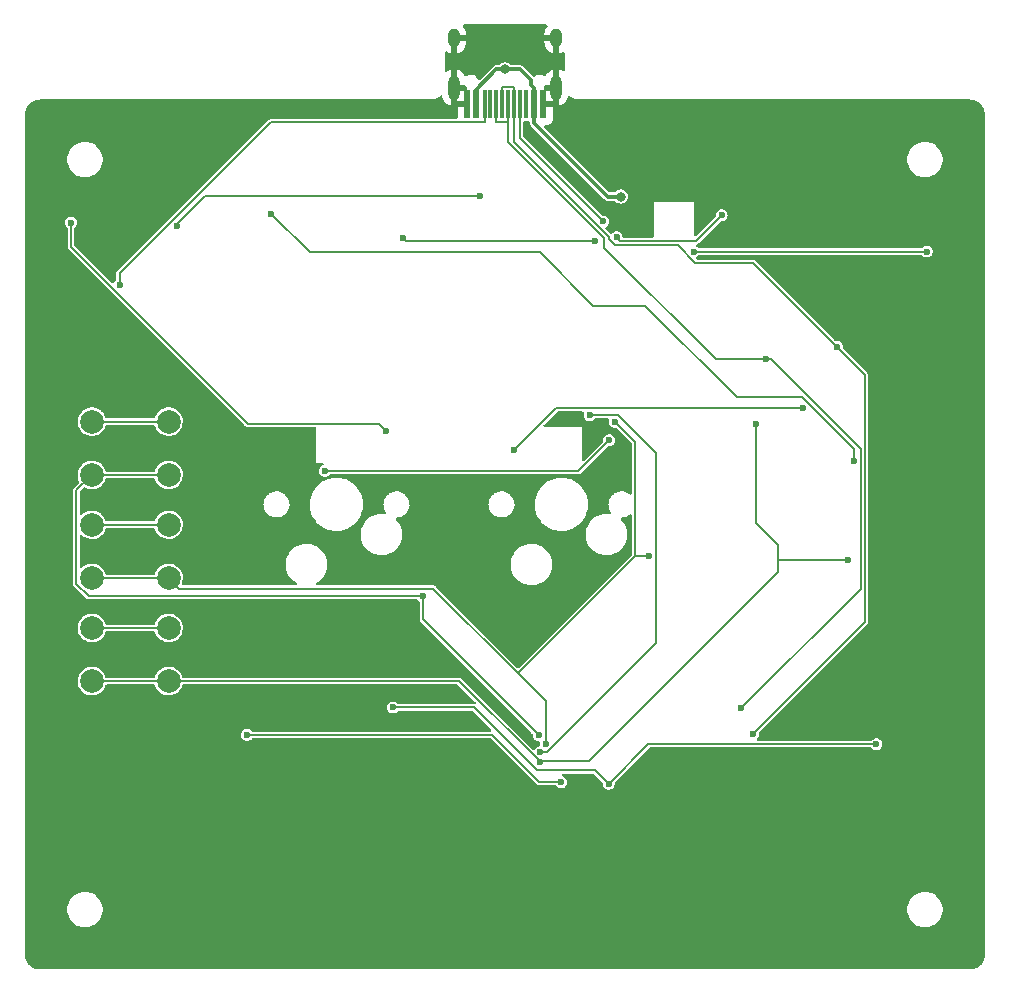
<source format=gbr>
%TF.GenerationSoftware,KiCad,Pcbnew,(6.0.5)*%
%TF.CreationDate,2022-05-29T01:25:08+07:00*%
%TF.ProjectId,atelier-alter,6174656c-6965-4722-9d61-6c7465722e6b,rev?*%
%TF.SameCoordinates,Original*%
%TF.FileFunction,Copper,L1,Top*%
%TF.FilePolarity,Positive*%
%FSLAX46Y46*%
G04 Gerber Fmt 4.6, Leading zero omitted, Abs format (unit mm)*
G04 Created by KiCad (PCBNEW (6.0.5)) date 2022-05-29 01:25:08*
%MOMM*%
%LPD*%
G01*
G04 APERTURE LIST*
%TA.AperFunction,ComponentPad*%
%ADD10C,2.000000*%
%TD*%
%TA.AperFunction,SMDPad,CuDef*%
%ADD11R,0.600000X2.450000*%
%TD*%
%TA.AperFunction,SMDPad,CuDef*%
%ADD12R,0.300000X2.450000*%
%TD*%
%TA.AperFunction,ComponentPad*%
%ADD13O,1.000000X2.100000*%
%TD*%
%TA.AperFunction,ComponentPad*%
%ADD14O,1.000000X1.600000*%
%TD*%
%TA.AperFunction,ViaPad*%
%ADD15C,0.800000*%
%TD*%
%TA.AperFunction,ViaPad*%
%ADD16C,0.600000*%
%TD*%
%TA.AperFunction,Conductor*%
%ADD17C,0.300000*%
%TD*%
%TA.AperFunction,Conductor*%
%ADD18C,0.150000*%
%TD*%
G04 APERTURE END LIST*
D10*
%TO.P,SW2,1,1*%
%TO.N,Net-(D32-Pad2)*%
X122505200Y-96968800D03*
X129005200Y-96968800D03*
%TO.P,SW2,2,2*%
%TO.N,COL2*%
X122505200Y-101468800D03*
X129005200Y-101468800D03*
%TD*%
%TO.P,SW3,1,1*%
%TO.N,Net-(D33-Pad2)*%
X122505100Y-105700000D03*
X129005100Y-105700000D03*
%TO.P,SW3,2,2*%
%TO.N,COL3*%
X122505100Y-110200000D03*
X129005100Y-110200000D03*
%TD*%
%TO.P,SW1,1,1*%
%TO.N,Net-(D31-Pad2)*%
X122505100Y-88237500D03*
X129005100Y-88237500D03*
%TO.P,SW1,2,2*%
%TO.N,COL1*%
X122505100Y-92737500D03*
X129005100Y-92737500D03*
%TD*%
D11*
%TO.P,USB1,1,GND*%
%TO.N,GND*%
X160730100Y-61376300D03*
%TO.P,USB1,2,VBUS*%
%TO.N,+5V*%
X159955100Y-61376300D03*
D12*
%TO.P,USB1,3,SBU2*%
%TO.N,unconnected-(USB1-Pad3)*%
X159255100Y-61376300D03*
%TO.P,USB1,4,CC1*%
%TO.N,Net-(R4-Pad2)*%
X158755100Y-61376300D03*
%TO.P,USB1,5,DN2*%
%TO.N,D-*%
X158255100Y-61376300D03*
%TO.P,USB1,6,DP1*%
%TO.N,D+*%
X157755100Y-61376300D03*
%TO.P,USB1,7,DN1*%
%TO.N,D-*%
X157255100Y-61376300D03*
%TO.P,USB1,8,DP2*%
%TO.N,D+*%
X156755100Y-61376300D03*
%TO.P,USB1,9,SBU1*%
%TO.N,unconnected-(USB1-Pad9)*%
X156255100Y-61376300D03*
%TO.P,USB1,10,CC2*%
%TO.N,Net-(R5-Pad2)*%
X155755100Y-61376300D03*
D11*
%TO.P,USB1,11,VBUS*%
%TO.N,+5V*%
X155055100Y-61376300D03*
%TO.P,USB1,12,GND*%
%TO.N,GND*%
X154280100Y-61376300D03*
D13*
%TO.P,USB1,13,SHIELD*%
X161825100Y-59961300D03*
D14*
X153185100Y-55781300D03*
D13*
X153185100Y-59961300D03*
D14*
X161825100Y-55781300D03*
%TD*%
D15*
%TO.N,+5V*%
X157480000Y-58420000D03*
X167280200Y-69182100D03*
D16*
%TO.N,ROW1*%
X164651100Y-87687500D03*
X160468700Y-116221900D03*
%TO.N,COL1*%
X160338100Y-114793900D03*
X150531000Y-103005800D03*
%TO.N,COL2*%
X169677600Y-99619900D03*
X160919300Y-115515600D03*
X166775900Y-88247600D03*
%TO.N,COL3*%
X178734000Y-88437200D03*
X160419000Y-117094500D03*
X186518100Y-99937000D03*
%TO.N,D-*%
X178481800Y-114698300D03*
X185589800Y-81907800D03*
%TO.N,D+*%
X179600700Y-82943200D03*
X177444400Y-112514100D03*
%TO.N,Net-(R3-Pad1)*%
X166261400Y-118911900D03*
X188939700Y-115547200D03*
X148015300Y-112439000D03*
%TO.N,D11*%
X137708100Y-70619400D03*
X187016800Y-91553500D03*
%TO.N,D12*%
X193194700Y-73839000D03*
X173469100Y-73839000D03*
%TO.N,D21*%
X147400800Y-88991700D03*
X120739100Y-71386100D03*
%TO.N,RGB*%
X162261400Y-118762700D03*
X135640100Y-114762200D03*
%TO.N,Net-(R4-Pad2)*%
X165811700Y-71290700D03*
%TO.N,Net-(R5-Pad2)*%
X124850300Y-76653200D03*
%TO.N,Net-(MX1-Pad3)*%
X155342600Y-69115500D03*
X129687100Y-71682300D03*
%TO.N,Net-(MX2-Pad3)*%
X166937100Y-72637100D03*
X165140800Y-72925300D03*
X175823500Y-70771600D03*
X148870300Y-72728200D03*
%TO.N,Net-(MX4-Pad3)*%
X166291700Y-89826500D03*
X142224000Y-92414400D03*
%TO.N,Net-(MX5-Pad3)*%
X182727000Y-87103400D03*
X158251300Y-90623300D03*
%TD*%
D17*
%TO.N,+5V*%
X159955100Y-61376300D02*
X159955100Y-62951600D01*
X156765000Y-58420000D02*
X155055100Y-60129900D01*
X159955100Y-60015929D02*
X159955100Y-61376300D01*
X159670579Y-59731408D02*
X159955100Y-60015929D01*
X158750000Y-58420000D02*
X159670579Y-59340579D01*
X166185600Y-69182100D02*
X159955100Y-62951600D01*
X157480000Y-58420000D02*
X158750000Y-58420000D01*
X167280200Y-69182100D02*
X166185600Y-69182100D01*
X159670579Y-59340579D02*
X159670579Y-59731408D01*
X155055100Y-60129900D02*
X155055100Y-61376300D01*
X157480000Y-58420000D02*
X156765000Y-58420000D01*
%TO.N,GND*%
X160744800Y-61361600D02*
X160730100Y-61376300D01*
X153185100Y-61361600D02*
X154265400Y-61361600D01*
X161825100Y-59961300D02*
X161825100Y-61361600D01*
X153185100Y-59961300D02*
X153185100Y-61361600D01*
X154265400Y-61361600D02*
X154280100Y-61376300D01*
X161825100Y-61361600D02*
X160744800Y-61361600D01*
D18*
%TO.N,ROW1*%
X170266800Y-107006800D02*
X170266800Y-90894600D01*
X160468700Y-116221900D02*
X161051700Y-116221900D01*
X164666300Y-87672300D02*
X164651100Y-87687500D01*
X170266800Y-90894600D02*
X167044500Y-87672300D01*
X161051700Y-116221900D02*
X170266800Y-107006800D01*
X167044500Y-87672300D02*
X164666300Y-87672300D01*
%TO.N,COL1*%
X150531000Y-103005800D02*
X122227200Y-103005800D01*
X121192600Y-101971200D02*
X121192600Y-94050000D01*
X150531000Y-103005800D02*
X150531000Y-104986800D01*
X122505100Y-92737500D02*
X129005100Y-92737500D01*
X150531000Y-104986800D02*
X160338100Y-114793900D01*
X121192600Y-94050000D02*
X122505100Y-92737500D01*
X122227200Y-103005800D02*
X121192600Y-101971200D01*
%TO.N,COL2*%
X168522200Y-99619900D02*
X168522200Y-89993900D01*
X122505200Y-101468800D02*
X129005200Y-101468800D01*
X129461000Y-101924600D02*
X129005200Y-101468800D01*
X168522200Y-99619900D02*
X158594900Y-109547200D01*
X129461100Y-101924600D02*
X129461000Y-101924600D01*
X158594900Y-109547200D02*
X151428100Y-102380500D01*
X151428100Y-102380500D02*
X129917000Y-102380500D01*
X160919300Y-111871700D02*
X160919300Y-115515600D01*
X129917000Y-102380500D02*
X129461100Y-101924600D01*
X169677600Y-99619900D02*
X168522200Y-99619900D01*
X168522200Y-89993900D02*
X166775900Y-88247600D01*
X158594900Y-109547200D02*
X160919300Y-111871700D01*
%TO.N,COL3*%
X160419000Y-117003400D02*
X160419000Y-117094500D01*
X153615600Y-110200000D02*
X129005100Y-110200000D01*
X178734000Y-96802800D02*
X178734000Y-88437200D01*
X129005100Y-110200000D02*
X122505100Y-110200000D01*
X164560700Y-117003400D02*
X180582600Y-100981500D01*
X160419000Y-117003400D02*
X153615600Y-110200000D01*
X180582600Y-99937000D02*
X180582600Y-98651400D01*
X180582600Y-99937000D02*
X186518100Y-99937000D01*
X160419000Y-117003400D02*
X164560700Y-117003400D01*
X180582600Y-98651400D02*
X178734000Y-96802800D01*
X180582600Y-100981500D02*
X180582600Y-99937000D01*
%TO.N,D-*%
X173605700Y-74792100D02*
X178474100Y-74792100D01*
X172116400Y-73302800D02*
X173605700Y-74792100D01*
X166776800Y-73302800D02*
X172116400Y-73302800D01*
X158255100Y-59876000D02*
X157255100Y-59876000D01*
X166277500Y-72571200D02*
X166277500Y-72803500D01*
X166277500Y-72803500D02*
X166776800Y-73302800D01*
X187965400Y-84283400D02*
X187965400Y-105214700D01*
X185589800Y-81907800D02*
X187965400Y-84283400D01*
X158255100Y-61376300D02*
X158255100Y-64548800D01*
X158255100Y-64548800D02*
X166277500Y-72571200D01*
X187965400Y-105214700D02*
X178481800Y-114698300D01*
X178474100Y-74792100D02*
X185589800Y-81907800D01*
X157255100Y-61376300D02*
X157255100Y-59876000D01*
X158255100Y-61376300D02*
X158255100Y-59876000D01*
%TO.N,D+*%
X187592100Y-90563000D02*
X187592100Y-102366400D01*
X156755100Y-61376300D02*
X156755100Y-62876600D01*
X179600700Y-82943200D02*
X179972300Y-82943200D01*
X157755100Y-62876600D02*
X157755100Y-64544300D01*
X165892800Y-72682000D02*
X165892800Y-73524600D01*
X187592100Y-102366400D02*
X177444400Y-112514100D01*
X175311400Y-82943200D02*
X179600700Y-82943200D01*
X179972300Y-82943200D02*
X187592100Y-90563000D01*
X157755100Y-61376300D02*
X157755100Y-62876600D01*
X165892800Y-73524600D02*
X175311400Y-82943200D01*
X156755100Y-62876600D02*
X157755100Y-62876600D01*
X157755100Y-64544300D02*
X165892800Y-72682000D01*
%TO.N,Net-(R3-Pad1)*%
X154858700Y-112439000D02*
X148015300Y-112439000D01*
X166261400Y-118911900D02*
X165110500Y-117761000D01*
X165110500Y-117761000D02*
X160180700Y-117761000D01*
X160180700Y-117761000D02*
X154858700Y-112439000D01*
X169626100Y-115547200D02*
X166261400Y-118911900D01*
X188939700Y-115547200D02*
X169626100Y-115547200D01*
%TO.N,D11*%
X169342400Y-78432800D02*
X177094200Y-86184600D01*
X140977400Y-73888700D02*
X160423600Y-73888700D01*
X164967700Y-78432800D02*
X169342400Y-78432800D01*
X137708100Y-70619400D02*
X140977400Y-73888700D01*
X177094200Y-86184600D02*
X182625400Y-86184600D01*
X182625400Y-86184600D02*
X187016800Y-90576000D01*
X160423600Y-73888700D02*
X164967700Y-78432800D01*
X187016800Y-90576000D02*
X187016800Y-91553500D01*
%TO.N,D12*%
X193194700Y-73839000D02*
X173469100Y-73839000D01*
%TO.N,D21*%
X146833800Y-88424700D02*
X135730100Y-88424700D01*
X120739200Y-71386100D02*
X120739100Y-71386100D01*
X120739200Y-73433800D02*
X120739200Y-71386100D01*
X135730100Y-88424700D02*
X120739200Y-73433800D01*
X147400800Y-88991700D02*
X146833800Y-88424700D01*
%TO.N,RGB*%
X162261400Y-118762700D02*
X160395600Y-118762700D01*
X156395100Y-114762200D02*
X135640100Y-114762200D01*
X160395600Y-118762700D02*
X156395100Y-114762200D01*
%TO.N,Net-(R4-Pad2)*%
X158755100Y-64234100D02*
X165811700Y-71290700D01*
X158755100Y-61376300D02*
X158755100Y-64234100D01*
%TO.N,Net-(R5-Pad2)*%
X155755100Y-61376300D02*
X155755100Y-62876600D01*
X124850300Y-75691700D02*
X124850300Y-76653200D01*
X155755100Y-62876600D02*
X137665400Y-62876600D01*
X137665400Y-62876600D02*
X124850300Y-75691700D01*
%TO.N,Net-(MX1-Pad3)*%
X129687100Y-71682300D02*
X129687100Y-71491000D01*
X132062600Y-69115500D02*
X155342600Y-69115500D01*
X129687100Y-71491000D02*
X132062600Y-69115500D01*
%TO.N,Net-(MX2-Pad3)*%
X149067400Y-72925300D02*
X148870300Y-72728200D01*
X173669700Y-72925400D02*
X167225400Y-72925400D01*
X165140800Y-72925300D02*
X149067400Y-72925300D01*
X167225400Y-72925400D02*
X166937100Y-72637100D01*
X175823500Y-70771600D02*
X173669700Y-72925400D01*
%TO.N,Net-(MX4-Pad3)*%
X142224000Y-92414400D02*
X163703800Y-92414400D01*
X163703800Y-92414400D02*
X166291700Y-89826500D01*
%TO.N,Net-(MX5-Pad3)*%
X161771200Y-87103400D02*
X182727000Y-87103400D01*
X158251300Y-90623300D02*
X161771200Y-87103400D01*
%TO.N,Net-(D31-Pad2)*%
X129005100Y-88237500D02*
X122505100Y-88237500D01*
%TO.N,Net-(D32-Pad2)*%
X129005200Y-96968800D02*
X122505200Y-96968800D01*
%TO.N,Net-(D33-Pad2)*%
X129005100Y-105700000D02*
X122505100Y-105700000D01*
%TD*%
%TA.AperFunction,Conductor*%
%TO.N,GND*%
G36*
X161037375Y-54631002D02*
G01*
X161083868Y-54684658D01*
X161093972Y-54754932D01*
X161065776Y-54817991D01*
X160993322Y-54904339D01*
X160986392Y-54914459D01*
X160897098Y-55076885D01*
X160892266Y-55088158D01*
X160836220Y-55264838D01*
X160833670Y-55276832D01*
X160817493Y-55421061D01*
X160817100Y-55428085D01*
X160817100Y-55509185D01*
X160821575Y-55524424D01*
X160822965Y-55525629D01*
X160830648Y-55527300D01*
X161953100Y-55527300D01*
X162021221Y-55547302D01*
X162067714Y-55600958D01*
X162079100Y-55653300D01*
X162079100Y-57039224D01*
X162083073Y-57052755D01*
X162090868Y-57053875D01*
X162198621Y-57022162D01*
X162209985Y-57017571D01*
X162374624Y-56931499D01*
X162444260Y-56917665D01*
X162510321Y-56943675D01*
X162551833Y-57001271D01*
X162559000Y-57043161D01*
X162559000Y-58450790D01*
X162538998Y-58518911D01*
X162485342Y-58565404D01*
X162415068Y-58575508D01*
X162373071Y-58561626D01*
X162223024Y-58480496D01*
X162211719Y-58475744D01*
X162096408Y-58440050D01*
X162082305Y-58439844D01*
X162079100Y-58446599D01*
X162079100Y-61469224D01*
X162083073Y-61482755D01*
X162090868Y-61483875D01*
X162198621Y-61452162D01*
X162209989Y-61447569D01*
X162374254Y-61361693D01*
X162384515Y-61354979D01*
X162528973Y-61238832D01*
X162537732Y-61230254D01*
X162656878Y-61088261D01*
X162663808Y-61078141D01*
X162753102Y-60915715D01*
X162757933Y-60904445D01*
X162814928Y-60724773D01*
X162854591Y-60665889D01*
X162919793Y-60637797D01*
X162989833Y-60649414D01*
X163015814Y-60666177D01*
X163092753Y-60730456D01*
X163266853Y-60834092D01*
X163455169Y-60908845D01*
X163554058Y-60930836D01*
X163648054Y-60951740D01*
X163648058Y-60951741D01*
X163652948Y-60952828D01*
X163855197Y-60964930D01*
X163855139Y-60961982D01*
X163863798Y-60961000D01*
X196845046Y-60961000D01*
X196854931Y-60961388D01*
X196963455Y-60969929D01*
X196964245Y-60969995D01*
X197044063Y-60976978D01*
X197062491Y-60979978D01*
X197155489Y-61002305D01*
X197162769Y-61004053D01*
X197165965Y-61004865D01*
X197248985Y-61027110D01*
X197264592Y-61032408D01*
X197358780Y-61071422D01*
X197363789Y-61073626D01*
X197442686Y-61110417D01*
X197455253Y-61117169D01*
X197541795Y-61170202D01*
X197548206Y-61174405D01*
X197578986Y-61195958D01*
X197619819Y-61224550D01*
X197629377Y-61231950D01*
X197706408Y-61297740D01*
X197713673Y-61304457D01*
X197775543Y-61366327D01*
X197782260Y-61373592D01*
X197848050Y-61450623D01*
X197855450Y-61460181D01*
X197905588Y-61531784D01*
X197909798Y-61538205D01*
X197962828Y-61624742D01*
X197969583Y-61637314D01*
X198006374Y-61716211D01*
X198008578Y-61721220D01*
X198047592Y-61815408D01*
X198052890Y-61831015D01*
X198075135Y-61914035D01*
X198075947Y-61917231D01*
X198100021Y-62017505D01*
X198103022Y-62035937D01*
X198110005Y-62115755D01*
X198110071Y-62116545D01*
X198118612Y-62225069D01*
X198119000Y-62234954D01*
X198119000Y-133345100D01*
X198118611Y-133354991D01*
X198110081Y-133463315D01*
X198109990Y-133464411D01*
X198103014Y-133544108D01*
X198100012Y-133562538D01*
X198086213Y-133620009D01*
X198075929Y-133662841D01*
X198075135Y-133665965D01*
X198052873Y-133749036D01*
X198047581Y-133764623D01*
X198008577Y-133858780D01*
X198008568Y-133858802D01*
X198006364Y-133863812D01*
X197969570Y-133942712D01*
X197962821Y-133955273D01*
X197917003Y-134030037D01*
X197909776Y-134041829D01*
X197905563Y-134048254D01*
X197872584Y-134095351D01*
X197855441Y-134119832D01*
X197848040Y-134129390D01*
X197782238Y-134206432D01*
X197775521Y-134213698D01*
X197713657Y-134275559D01*
X197706392Y-134282274D01*
X197629357Y-134348065D01*
X197619799Y-134355466D01*
X197548215Y-134405589D01*
X197541778Y-134409809D01*
X197455244Y-134462835D01*
X197442659Y-134469597D01*
X197363781Y-134506377D01*
X197358751Y-134508590D01*
X197317017Y-134525877D01*
X197264576Y-134547598D01*
X197248981Y-134552891D01*
X197225223Y-134559257D01*
X197165962Y-134575135D01*
X197162767Y-134575947D01*
X197115713Y-134587244D01*
X197062486Y-134600022D01*
X197044061Y-134603022D01*
X196964341Y-134609997D01*
X196963340Y-134610080D01*
X196854931Y-134618612D01*
X196845045Y-134619000D01*
X118114954Y-134619000D01*
X118105069Y-134618612D01*
X117996545Y-134610071D01*
X117995755Y-134610005D01*
X117915937Y-134603022D01*
X117897509Y-134600022D01*
X117797233Y-134575947D01*
X117794035Y-134575135D01*
X117711015Y-134552890D01*
X117695408Y-134547592D01*
X117601220Y-134508578D01*
X117596211Y-134506374D01*
X117517314Y-134469583D01*
X117504747Y-134462831D01*
X117418205Y-134409798D01*
X117411786Y-134405589D01*
X117376044Y-134380562D01*
X117340181Y-134355450D01*
X117330623Y-134348050D01*
X117253592Y-134282260D01*
X117246327Y-134275543D01*
X117184457Y-134213673D01*
X117177740Y-134206408D01*
X117111950Y-134129377D01*
X117104550Y-134119819D01*
X117079438Y-134083956D01*
X117054405Y-134048206D01*
X117050202Y-134041795D01*
X116997169Y-133955253D01*
X116990417Y-133942686D01*
X116953626Y-133863789D01*
X116951422Y-133858780D01*
X116912408Y-133764592D01*
X116907110Y-133748985D01*
X116884865Y-133665965D01*
X116884053Y-133662769D01*
X116882305Y-133655489D01*
X116859978Y-133562491D01*
X116856978Y-133544062D01*
X116849995Y-133464245D01*
X116849929Y-133463455D01*
X116841388Y-133354931D01*
X116841000Y-133345046D01*
X116841000Y-129645028D01*
X120418025Y-129645028D01*
X120455347Y-129888930D01*
X120532003Y-130123460D01*
X120645935Y-130342321D01*
X120794083Y-130539636D01*
X120972468Y-130710104D01*
X120976740Y-130713018D01*
X120976741Y-130713019D01*
X121005893Y-130732905D01*
X121176300Y-130849149D01*
X121288202Y-130901092D01*
X121395409Y-130950856D01*
X121395413Y-130950857D01*
X121400104Y-130953035D01*
X121637871Y-131018974D01*
X121643008Y-131019523D01*
X121835957Y-131040144D01*
X121835965Y-131040144D01*
X121839292Y-131040500D01*
X121982554Y-131040500D01*
X121985127Y-131040288D01*
X121985138Y-131040288D01*
X122160760Y-131025849D01*
X122160766Y-131025848D01*
X122165911Y-131025425D01*
X122405217Y-130965316D01*
X122631493Y-130866928D01*
X122838661Y-130732905D01*
X122860516Y-130713019D01*
X122896536Y-130680243D01*
X123021158Y-130566846D01*
X123024357Y-130562795D01*
X123024361Y-130562791D01*
X123170881Y-130377264D01*
X123170884Y-130377259D01*
X123174082Y-130373210D01*
X123176577Y-130368691D01*
X123290830Y-130161722D01*
X123290832Y-130161718D01*
X123293327Y-130157198D01*
X123305275Y-130123460D01*
X123373965Y-129929485D01*
X123373966Y-129929481D01*
X123375691Y-129924610D01*
X123418961Y-129681694D01*
X123419409Y-129645028D01*
X191538025Y-129645028D01*
X191575347Y-129888930D01*
X191652003Y-130123460D01*
X191765935Y-130342321D01*
X191914083Y-130539636D01*
X192092468Y-130710104D01*
X192096740Y-130713018D01*
X192096741Y-130713019D01*
X192125893Y-130732905D01*
X192296300Y-130849149D01*
X192408202Y-130901092D01*
X192515409Y-130950856D01*
X192515413Y-130950857D01*
X192520104Y-130953035D01*
X192757871Y-131018974D01*
X192763008Y-131019523D01*
X192955957Y-131040144D01*
X192955965Y-131040144D01*
X192959292Y-131040500D01*
X193102554Y-131040500D01*
X193105127Y-131040288D01*
X193105138Y-131040288D01*
X193280760Y-131025849D01*
X193280766Y-131025848D01*
X193285911Y-131025425D01*
X193525217Y-130965316D01*
X193751493Y-130866928D01*
X193958661Y-130732905D01*
X193980516Y-130713019D01*
X194016536Y-130680243D01*
X194141158Y-130566846D01*
X194144357Y-130562795D01*
X194144361Y-130562791D01*
X194290881Y-130377264D01*
X194290884Y-130377259D01*
X194294082Y-130373210D01*
X194296577Y-130368691D01*
X194410830Y-130161722D01*
X194410832Y-130161718D01*
X194413327Y-130157198D01*
X194425275Y-130123460D01*
X194493965Y-129929485D01*
X194493966Y-129929481D01*
X194495691Y-129924610D01*
X194538961Y-129681694D01*
X194541975Y-129434972D01*
X194504653Y-129191070D01*
X194427997Y-128956540D01*
X194314065Y-128737679D01*
X194165917Y-128540364D01*
X193987532Y-128369896D01*
X193959212Y-128350577D01*
X193787979Y-128233770D01*
X193787980Y-128233770D01*
X193783700Y-128230851D01*
X193671798Y-128178908D01*
X193564591Y-128129144D01*
X193564587Y-128129143D01*
X193559896Y-128126965D01*
X193322129Y-128061026D01*
X193316992Y-128060477D01*
X193124043Y-128039856D01*
X193124035Y-128039856D01*
X193120708Y-128039500D01*
X192977446Y-128039500D01*
X192974873Y-128039712D01*
X192974862Y-128039712D01*
X192799240Y-128054151D01*
X192799234Y-128054152D01*
X192794089Y-128054575D01*
X192554783Y-128114684D01*
X192328507Y-128213072D01*
X192121339Y-128347095D01*
X192117514Y-128350575D01*
X192117512Y-128350577D01*
X192096281Y-128369896D01*
X191938842Y-128513154D01*
X191935643Y-128517205D01*
X191935639Y-128517209D01*
X191789119Y-128702736D01*
X191789116Y-128702741D01*
X191785918Y-128706790D01*
X191783425Y-128711306D01*
X191783423Y-128711309D01*
X191771150Y-128733543D01*
X191666673Y-128922802D01*
X191664949Y-128927671D01*
X191664947Y-128927675D01*
X191652984Y-128961458D01*
X191584309Y-129155390D01*
X191541039Y-129398306D01*
X191538025Y-129645028D01*
X123419409Y-129645028D01*
X123421975Y-129434972D01*
X123384653Y-129191070D01*
X123307997Y-128956540D01*
X123194065Y-128737679D01*
X123045917Y-128540364D01*
X122867532Y-128369896D01*
X122839212Y-128350577D01*
X122667979Y-128233770D01*
X122667980Y-128233770D01*
X122663700Y-128230851D01*
X122551798Y-128178908D01*
X122444591Y-128129144D01*
X122444587Y-128129143D01*
X122439896Y-128126965D01*
X122202129Y-128061026D01*
X122196992Y-128060477D01*
X122004043Y-128039856D01*
X122004035Y-128039856D01*
X122000708Y-128039500D01*
X121857446Y-128039500D01*
X121854873Y-128039712D01*
X121854862Y-128039712D01*
X121679240Y-128054151D01*
X121679234Y-128054152D01*
X121674089Y-128054575D01*
X121434783Y-128114684D01*
X121208507Y-128213072D01*
X121001339Y-128347095D01*
X120997514Y-128350575D01*
X120997512Y-128350577D01*
X120976281Y-128369896D01*
X120818842Y-128513154D01*
X120815643Y-128517205D01*
X120815639Y-128517209D01*
X120669119Y-128702736D01*
X120669116Y-128702741D01*
X120665918Y-128706790D01*
X120663425Y-128711306D01*
X120663423Y-128711309D01*
X120651150Y-128733543D01*
X120546673Y-128922802D01*
X120544949Y-128927671D01*
X120544947Y-128927675D01*
X120532984Y-128961458D01*
X120464309Y-129155390D01*
X120421039Y-129398306D01*
X120418025Y-129645028D01*
X116841000Y-129645028D01*
X116841000Y-105668440D01*
X121299870Y-105668440D01*
X121314300Y-105888604D01*
X121315721Y-105894200D01*
X121315722Y-105894205D01*
X121355076Y-106049158D01*
X121368611Y-106102452D01*
X121371028Y-106107694D01*
X121371028Y-106107695D01*
X121409146Y-106190379D01*
X121460983Y-106302821D01*
X121588322Y-106483002D01*
X121746364Y-106636961D01*
X121751160Y-106640166D01*
X121751163Y-106640168D01*
X121835361Y-106696427D01*
X121929817Y-106759540D01*
X121935120Y-106761818D01*
X121935123Y-106761820D01*
X122118242Y-106840494D01*
X122132536Y-106846635D01*
X122212188Y-106864658D01*
X122342095Y-106894054D01*
X122342101Y-106894055D01*
X122347732Y-106895329D01*
X122353503Y-106895556D01*
X122353505Y-106895556D01*
X122421311Y-106898220D01*
X122568198Y-106903991D01*
X122677375Y-106888161D01*
X122780838Y-106873160D01*
X122780843Y-106873159D01*
X122786552Y-106872331D01*
X122792016Y-106870476D01*
X122792021Y-106870475D01*
X122990007Y-106803268D01*
X122990012Y-106803266D01*
X122995479Y-106801410D01*
X123187984Y-106693602D01*
X123357618Y-106552518D01*
X123498702Y-106382884D01*
X123606510Y-106190379D01*
X123650429Y-106060998D01*
X123691265Y-106002923D01*
X123757017Y-105976144D01*
X123769741Y-105975500D01*
X127738369Y-105975500D01*
X127806490Y-105995502D01*
X127852983Y-106049158D01*
X127860492Y-106070484D01*
X127868611Y-106102452D01*
X127871028Y-106107694D01*
X127871028Y-106107695D01*
X127909146Y-106190379D01*
X127960983Y-106302821D01*
X128088322Y-106483002D01*
X128246364Y-106636961D01*
X128251160Y-106640166D01*
X128251163Y-106640168D01*
X128335361Y-106696427D01*
X128429817Y-106759540D01*
X128435120Y-106761818D01*
X128435123Y-106761820D01*
X128618242Y-106840494D01*
X128632536Y-106846635D01*
X128712188Y-106864658D01*
X128842095Y-106894054D01*
X128842101Y-106894055D01*
X128847732Y-106895329D01*
X128853503Y-106895556D01*
X128853505Y-106895556D01*
X128921311Y-106898220D01*
X129068198Y-106903991D01*
X129177375Y-106888161D01*
X129280838Y-106873160D01*
X129280843Y-106873159D01*
X129286552Y-106872331D01*
X129292016Y-106870476D01*
X129292021Y-106870475D01*
X129490007Y-106803268D01*
X129490012Y-106803266D01*
X129495479Y-106801410D01*
X129687984Y-106693602D01*
X129857618Y-106552518D01*
X129998702Y-106382884D01*
X130106510Y-106190379D01*
X130108366Y-106184912D01*
X130108368Y-106184907D01*
X130175575Y-105986921D01*
X130175576Y-105986916D01*
X130177431Y-105981452D01*
X130178259Y-105975743D01*
X130178260Y-105975738D01*
X130208558Y-105766772D01*
X130209091Y-105763098D01*
X130210743Y-105700000D01*
X130190554Y-105480289D01*
X130173613Y-105420218D01*
X130132234Y-105273500D01*
X130130665Y-105267936D01*
X130033080Y-105070053D01*
X130016907Y-105048394D01*
X129904520Y-104897891D01*
X129904520Y-104897890D01*
X129901067Y-104893267D01*
X129739049Y-104743499D01*
X129552450Y-104625764D01*
X129347521Y-104544006D01*
X129341861Y-104542880D01*
X129341857Y-104542879D01*
X129136791Y-104502089D01*
X129136788Y-104502089D01*
X129131124Y-104500962D01*
X129125349Y-104500886D01*
X129125345Y-104500886D01*
X129014604Y-104499437D01*
X128910506Y-104498074D01*
X128904809Y-104499053D01*
X128904808Y-104499053D01*
X128698754Y-104534459D01*
X128698753Y-104534459D01*
X128693057Y-104535438D01*
X128486057Y-104611804D01*
X128296441Y-104724614D01*
X128130557Y-104870090D01*
X127993963Y-105043360D01*
X127891231Y-105238620D01*
X127889518Y-105244138D01*
X127861036Y-105335864D01*
X127821733Y-105394989D01*
X127756703Y-105423480D01*
X127740703Y-105424500D01*
X123770199Y-105424500D01*
X123702078Y-105404498D01*
X123655585Y-105350842D01*
X123648934Y-105332713D01*
X123630665Y-105267936D01*
X123533080Y-105070053D01*
X123516907Y-105048394D01*
X123404520Y-104897891D01*
X123404520Y-104897890D01*
X123401067Y-104893267D01*
X123239049Y-104743499D01*
X123052450Y-104625764D01*
X122847521Y-104544006D01*
X122841861Y-104542880D01*
X122841857Y-104542879D01*
X122636791Y-104502089D01*
X122636788Y-104502089D01*
X122631124Y-104500962D01*
X122625349Y-104500886D01*
X122625345Y-104500886D01*
X122514604Y-104499437D01*
X122410506Y-104498074D01*
X122404809Y-104499053D01*
X122404808Y-104499053D01*
X122198754Y-104534459D01*
X122198753Y-104534459D01*
X122193057Y-104535438D01*
X121986057Y-104611804D01*
X121796441Y-104724614D01*
X121630557Y-104870090D01*
X121493963Y-105043360D01*
X121391231Y-105238620D01*
X121325803Y-105449333D01*
X121299870Y-105668440D01*
X116841000Y-105668440D01*
X116841000Y-88205940D01*
X121299870Y-88205940D01*
X121314300Y-88426104D01*
X121315721Y-88431700D01*
X121315722Y-88431705D01*
X121364388Y-88623324D01*
X121368611Y-88639952D01*
X121371028Y-88645194D01*
X121371028Y-88645195D01*
X121408560Y-88726607D01*
X121460983Y-88840321D01*
X121588322Y-89020502D01*
X121746364Y-89174461D01*
X121751160Y-89177666D01*
X121751163Y-89177668D01*
X121872741Y-89258903D01*
X121929817Y-89297040D01*
X121935120Y-89299318D01*
X121935123Y-89299320D01*
X122127229Y-89381855D01*
X122132536Y-89384135D01*
X122212188Y-89402158D01*
X122342095Y-89431554D01*
X122342101Y-89431555D01*
X122347732Y-89432829D01*
X122353503Y-89433056D01*
X122353505Y-89433056D01*
X122421311Y-89435720D01*
X122568198Y-89441491D01*
X122677375Y-89425661D01*
X122780838Y-89410660D01*
X122780843Y-89410659D01*
X122786552Y-89409831D01*
X122792016Y-89407976D01*
X122792021Y-89407975D01*
X122990007Y-89340768D01*
X122990012Y-89340766D01*
X122995479Y-89338910D01*
X123013211Y-89328980D01*
X123126067Y-89265777D01*
X123187984Y-89231102D01*
X123301633Y-89136581D01*
X123353186Y-89093704D01*
X123357618Y-89090018D01*
X123470967Y-88953732D01*
X123495008Y-88924826D01*
X123495010Y-88924823D01*
X123498702Y-88920384D01*
X123589597Y-88758079D01*
X123603686Y-88732922D01*
X123603687Y-88732920D01*
X123606510Y-88727879D01*
X123650429Y-88598498D01*
X123691265Y-88540423D01*
X123757017Y-88513644D01*
X123769741Y-88513000D01*
X127738369Y-88513000D01*
X127806490Y-88533002D01*
X127852983Y-88586658D01*
X127860492Y-88607984D01*
X127864388Y-88623324D01*
X127868611Y-88639952D01*
X127871028Y-88645194D01*
X127871028Y-88645195D01*
X127908560Y-88726607D01*
X127960983Y-88840321D01*
X128088322Y-89020502D01*
X128246364Y-89174461D01*
X128251160Y-89177666D01*
X128251163Y-89177668D01*
X128372741Y-89258903D01*
X128429817Y-89297040D01*
X128435120Y-89299318D01*
X128435123Y-89299320D01*
X128627229Y-89381855D01*
X128632536Y-89384135D01*
X128712188Y-89402158D01*
X128842095Y-89431554D01*
X128842101Y-89431555D01*
X128847732Y-89432829D01*
X128853503Y-89433056D01*
X128853505Y-89433056D01*
X128921311Y-89435720D01*
X129068198Y-89441491D01*
X129177375Y-89425661D01*
X129280838Y-89410660D01*
X129280843Y-89410659D01*
X129286552Y-89409831D01*
X129292016Y-89407976D01*
X129292021Y-89407975D01*
X129490007Y-89340768D01*
X129490012Y-89340766D01*
X129495479Y-89338910D01*
X129513211Y-89328980D01*
X129626067Y-89265777D01*
X129687984Y-89231102D01*
X129801633Y-89136581D01*
X129853186Y-89093704D01*
X129857618Y-89090018D01*
X129970967Y-88953732D01*
X129995008Y-88924826D01*
X129995010Y-88924823D01*
X129998702Y-88920384D01*
X130089597Y-88758079D01*
X130103686Y-88732922D01*
X130103687Y-88732920D01*
X130106510Y-88727879D01*
X130108366Y-88722412D01*
X130108368Y-88722407D01*
X130175575Y-88524421D01*
X130175576Y-88524416D01*
X130177431Y-88518952D01*
X130178259Y-88513243D01*
X130178260Y-88513238D01*
X130208558Y-88304272D01*
X130209091Y-88300598D01*
X130210743Y-88237500D01*
X130190554Y-88017789D01*
X130130665Y-87805436D01*
X130033080Y-87607553D01*
X129921632Y-87458306D01*
X129904520Y-87435391D01*
X129904520Y-87435390D01*
X129901067Y-87430767D01*
X129759564Y-87299963D01*
X129743289Y-87284918D01*
X129743286Y-87284916D01*
X129739049Y-87280999D01*
X129552450Y-87163264D01*
X129347521Y-87081506D01*
X129341861Y-87080380D01*
X129341857Y-87080379D01*
X129136791Y-87039589D01*
X129136788Y-87039589D01*
X129131124Y-87038462D01*
X129125349Y-87038386D01*
X129125345Y-87038386D01*
X129014604Y-87036937D01*
X128910506Y-87035574D01*
X128904809Y-87036553D01*
X128904808Y-87036553D01*
X128698754Y-87071959D01*
X128698753Y-87071959D01*
X128693057Y-87072938D01*
X128486057Y-87149304D01*
X128296441Y-87262114D01*
X128130557Y-87407590D01*
X127993963Y-87580860D01*
X127891231Y-87776120D01*
X127889518Y-87781638D01*
X127861036Y-87873364D01*
X127821733Y-87932489D01*
X127756703Y-87960980D01*
X127740703Y-87962000D01*
X123770199Y-87962000D01*
X123702078Y-87941998D01*
X123655585Y-87888342D01*
X123648934Y-87870213D01*
X123630665Y-87805436D01*
X123533080Y-87607553D01*
X123421632Y-87458306D01*
X123404520Y-87435391D01*
X123404520Y-87435390D01*
X123401067Y-87430767D01*
X123259564Y-87299963D01*
X123243289Y-87284918D01*
X123243286Y-87284916D01*
X123239049Y-87280999D01*
X123052450Y-87163264D01*
X122847521Y-87081506D01*
X122841861Y-87080380D01*
X122841857Y-87080379D01*
X122636791Y-87039589D01*
X122636788Y-87039589D01*
X122631124Y-87038462D01*
X122625349Y-87038386D01*
X122625345Y-87038386D01*
X122514604Y-87036937D01*
X122410506Y-87035574D01*
X122404809Y-87036553D01*
X122404808Y-87036553D01*
X122198754Y-87071959D01*
X122198753Y-87071959D01*
X122193057Y-87072938D01*
X121986057Y-87149304D01*
X121796441Y-87262114D01*
X121630557Y-87407590D01*
X121493963Y-87580860D01*
X121391231Y-87776120D01*
X121361036Y-87873364D01*
X121331034Y-87969988D01*
X121325803Y-87986833D01*
X121299870Y-88205940D01*
X116841000Y-88205940D01*
X116841000Y-71379923D01*
X120233491Y-71379923D01*
X120234655Y-71388825D01*
X120234655Y-71388828D01*
X120235914Y-71398454D01*
X120252080Y-71522079D01*
X120309820Y-71653303D01*
X120315597Y-71660176D01*
X120315598Y-71660177D01*
X120376622Y-71732774D01*
X120402070Y-71763048D01*
X120409539Y-71768020D01*
X120416235Y-71774007D01*
X120414911Y-71775488D01*
X120453143Y-71821076D01*
X120463700Y-71871563D01*
X120463700Y-73394257D01*
X120461279Y-73418839D01*
X120458303Y-73433800D01*
X120463700Y-73460932D01*
X120463700Y-73460933D01*
X120479685Y-73541295D01*
X120487737Y-73553346D01*
X120494522Y-73563500D01*
X120512744Y-73590770D01*
X120524125Y-73607803D01*
X120540576Y-73632424D01*
X120550892Y-73639317D01*
X120550893Y-73639318D01*
X120553264Y-73640902D01*
X120572356Y-73656572D01*
X135507329Y-88591545D01*
X135522996Y-88610634D01*
X135531476Y-88623324D01*
X135541789Y-88630215D01*
X135554477Y-88638693D01*
X135554477Y-88638694D01*
X135556341Y-88639939D01*
X135556361Y-88639952D01*
X135622605Y-88684215D01*
X135696522Y-88698918D01*
X135702967Y-88700200D01*
X135717928Y-88703176D01*
X135717929Y-88703176D01*
X135730100Y-88705597D01*
X135745061Y-88702621D01*
X135769643Y-88700200D01*
X141390600Y-88700200D01*
X141458721Y-88720202D01*
X141505214Y-88773858D01*
X141516600Y-88826200D01*
X141516600Y-91699802D01*
X141516518Y-91700000D01*
X141516600Y-91700198D01*
X141516835Y-91700765D01*
X141517600Y-91701082D01*
X141517798Y-91701000D01*
X141999275Y-91701000D01*
X142067396Y-91721002D01*
X142113889Y-91774658D01*
X142123993Y-91844932D01*
X142094499Y-91909512D01*
X142033901Y-91948149D01*
X142017529Y-91952828D01*
X141896280Y-92029330D01*
X141801377Y-92136788D01*
X141740447Y-92266563D01*
X141718391Y-92408223D01*
X141719555Y-92417125D01*
X141719555Y-92417128D01*
X141725290Y-92460980D01*
X141736980Y-92550379D01*
X141794720Y-92681603D01*
X141800497Y-92688476D01*
X141800498Y-92688477D01*
X141815177Y-92705940D01*
X141886970Y-92791348D01*
X142006313Y-92870790D01*
X142143157Y-92913542D01*
X142152129Y-92913706D01*
X142152132Y-92913707D01*
X142217463Y-92914904D01*
X142286499Y-92916170D01*
X142296139Y-92913542D01*
X142397267Y-92885971D01*
X142409841Y-92886215D01*
X142422485Y-92879096D01*
X142424817Y-92878460D01*
X142546991Y-92803445D01*
X142612252Y-92731345D01*
X142672796Y-92694264D01*
X142705668Y-92689900D01*
X163664257Y-92689900D01*
X163688839Y-92692321D01*
X163703800Y-92695297D01*
X163730932Y-92689900D01*
X163730933Y-92689900D01*
X163811295Y-92673915D01*
X163877009Y-92630006D01*
X163879401Y-92628408D01*
X163881016Y-92630824D01*
X163881041Y-92630814D01*
X163879423Y-92628393D01*
X163892111Y-92619915D01*
X163902424Y-92613024D01*
X163910902Y-92600336D01*
X163926572Y-92581244D01*
X166144825Y-90362991D01*
X166207137Y-90328965D01*
X166236228Y-90326107D01*
X166354199Y-90328270D01*
X166362863Y-90325908D01*
X166483858Y-90292921D01*
X166483860Y-90292920D01*
X166492517Y-90290560D01*
X166614691Y-90215545D01*
X166710900Y-90109254D01*
X166766455Y-89994588D01*
X166769495Y-89988314D01*
X166769495Y-89988313D01*
X166773410Y-89980233D01*
X166797196Y-89838854D01*
X166797347Y-89826500D01*
X166777023Y-89684582D01*
X166717684Y-89554072D01*
X166665324Y-89493305D01*
X166629960Y-89452263D01*
X166629957Y-89452260D01*
X166624100Y-89445463D01*
X166503795Y-89367485D01*
X166366439Y-89326407D01*
X166357463Y-89326352D01*
X166357462Y-89326352D01*
X166297255Y-89325984D01*
X166223076Y-89325531D01*
X166085229Y-89364928D01*
X165963980Y-89441430D01*
X165958038Y-89448158D01*
X165958037Y-89448159D01*
X165954413Y-89452263D01*
X165869077Y-89548888D01*
X165808147Y-89678663D01*
X165806766Y-89687535D01*
X165789991Y-89795276D01*
X165786091Y-89820323D01*
X165792172Y-89866823D01*
X165781170Y-89936962D01*
X165756330Y-89972254D01*
X164183695Y-91544889D01*
X164121383Y-91578915D01*
X164050568Y-91573850D01*
X163993732Y-91531303D01*
X163968921Y-91464783D01*
X163968600Y-91455794D01*
X163968600Y-88700198D01*
X163968682Y-88700000D01*
X163968365Y-88699235D01*
X163967798Y-88699000D01*
X163967600Y-88698918D01*
X163967402Y-88699000D01*
X160869406Y-88699000D01*
X160801285Y-88678998D01*
X160754792Y-88625342D01*
X160744688Y-88555068D01*
X160774182Y-88490488D01*
X160780311Y-88483905D01*
X161848411Y-87415805D01*
X161910723Y-87381779D01*
X161937506Y-87378900D01*
X164047749Y-87378900D01*
X164115870Y-87398902D01*
X164162363Y-87452558D01*
X164172467Y-87522832D01*
X164169760Y-87534950D01*
X164167547Y-87539663D01*
X164161839Y-87576324D01*
X164157716Y-87602808D01*
X164145491Y-87681323D01*
X164164080Y-87823479D01*
X164167697Y-87831699D01*
X164214078Y-87937107D01*
X164221820Y-87954703D01*
X164227597Y-87961576D01*
X164227598Y-87961577D01*
X164243435Y-87980417D01*
X164314070Y-88064448D01*
X164433413Y-88143890D01*
X164570257Y-88186642D01*
X164579229Y-88186806D01*
X164579232Y-88186807D01*
X164644563Y-88188004D01*
X164713599Y-88189270D01*
X164722633Y-88186807D01*
X164843258Y-88153921D01*
X164843260Y-88153920D01*
X164851917Y-88151560D01*
X164974091Y-88076545D01*
X164990100Y-88058859D01*
X165032310Y-88012225D01*
X165053111Y-87989245D01*
X165113653Y-87952164D01*
X165146526Y-87947800D01*
X166169858Y-87947800D01*
X166237979Y-87967802D01*
X166284472Y-88021458D01*
X166294576Y-88091732D01*
X166293176Y-88097997D01*
X166292347Y-88099763D01*
X166291348Y-88106182D01*
X166291346Y-88106189D01*
X166274918Y-88211706D01*
X166270291Y-88241423D01*
X166271455Y-88250325D01*
X166271455Y-88250328D01*
X166276560Y-88289363D01*
X166288880Y-88383579D01*
X166309756Y-88431023D01*
X166336414Y-88491607D01*
X166346620Y-88514803D01*
X166352397Y-88521676D01*
X166352398Y-88521677D01*
X166427198Y-88610663D01*
X166438870Y-88624548D01*
X166488231Y-88657406D01*
X166550717Y-88699000D01*
X166558213Y-88703990D01*
X166695057Y-88746742D01*
X166704029Y-88746906D01*
X166704032Y-88746907D01*
X166777076Y-88748246D01*
X166838148Y-88749365D01*
X166905890Y-88770612D01*
X166924933Y-88786249D01*
X168209795Y-90071111D01*
X168243821Y-90133423D01*
X168246700Y-90160206D01*
X168246700Y-94292173D01*
X168226698Y-94360294D01*
X168173042Y-94406787D01*
X168102768Y-94416891D01*
X168043570Y-94388057D01*
X168041808Y-94390289D01*
X168037099Y-94386570D01*
X168032769Y-94382425D01*
X167961680Y-94336523D01*
X167861391Y-94271767D01*
X167861388Y-94271766D01*
X167856354Y-94268515D01*
X167837481Y-94260909D01*
X167667145Y-94192261D01*
X167667142Y-94192260D01*
X167661581Y-94190019D01*
X167655700Y-94188871D01*
X167655695Y-94188869D01*
X167459924Y-94150638D01*
X167459921Y-94150638D01*
X167455478Y-94149770D01*
X167449957Y-94149500D01*
X167295131Y-94149500D01*
X167138554Y-94164439D01*
X167132798Y-94166128D01*
X167132796Y-94166128D01*
X167055279Y-94188869D01*
X166937051Y-94223553D01*
X166888181Y-94248723D01*
X166755692Y-94316959D01*
X166755689Y-94316961D01*
X166750361Y-94319705D01*
X166733958Y-94332590D01*
X166589938Y-94445718D01*
X166589933Y-94445722D01*
X166585221Y-94449424D01*
X166581290Y-94453954D01*
X166581289Y-94453955D01*
X166451521Y-94603498D01*
X166451517Y-94603503D01*
X166447590Y-94608029D01*
X166342434Y-94789799D01*
X166329314Y-94827582D01*
X166295251Y-94925674D01*
X166273547Y-94988174D01*
X166272686Y-94994109D01*
X166272686Y-94994111D01*
X166251607Y-95139493D01*
X166243414Y-95195996D01*
X166253123Y-95405767D01*
X166254527Y-95411592D01*
X166254527Y-95411593D01*
X166288578Y-95552880D01*
X166302324Y-95609918D01*
X166304806Y-95615376D01*
X166304807Y-95615380D01*
X166347920Y-95710201D01*
X166389240Y-95801081D01*
X166412593Y-95834002D01*
X166428185Y-95855983D01*
X166451283Y-95923117D01*
X166434419Y-95992082D01*
X166382947Y-96040981D01*
X166312792Y-96054249D01*
X166169455Y-96039816D01*
X166169449Y-96039816D01*
X166166314Y-96039500D01*
X166011556Y-96039500D01*
X166009231Y-96039673D01*
X166009225Y-96039673D01*
X165822786Y-96053528D01*
X165822782Y-96053529D01*
X165818134Y-96053874D01*
X165564368Y-96111295D01*
X165560016Y-96112987D01*
X165560014Y-96112988D01*
X165326230Y-96203902D01*
X165326228Y-96203903D01*
X165321877Y-96205595D01*
X165317823Y-96207912D01*
X165317821Y-96207913D01*
X165238562Y-96253214D01*
X165095988Y-96334701D01*
X164891664Y-96495777D01*
X164713392Y-96685286D01*
X164655731Y-96768404D01*
X164570572Y-96891160D01*
X164565089Y-96899063D01*
X164563023Y-96903253D01*
X164563021Y-96903256D01*
X164475208Y-97081325D01*
X164450014Y-97132413D01*
X164370694Y-97380208D01*
X164361282Y-97438000D01*
X164337904Y-97581550D01*
X164328872Y-97637006D01*
X164328811Y-97641683D01*
X164325886Y-97865117D01*
X164325466Y-97897165D01*
X164360552Y-98154970D01*
X164361860Y-98159456D01*
X164361860Y-98159458D01*
X164363288Y-98164356D01*
X164433358Y-98404757D01*
X164542286Y-98641039D01*
X164544846Y-98644944D01*
X164544849Y-98644949D01*
X164682375Y-98854712D01*
X164682379Y-98854717D01*
X164684941Y-98858625D01*
X164725337Y-98903885D01*
X164830580Y-99021799D01*
X164858191Y-99052735D01*
X165058229Y-99219105D01*
X165280661Y-99354080D01*
X165284975Y-99355889D01*
X165284977Y-99355890D01*
X165516286Y-99452886D01*
X165516291Y-99452888D01*
X165520601Y-99454695D01*
X165525133Y-99455846D01*
X165525136Y-99455847D01*
X165602175Y-99475412D01*
X165772777Y-99518739D01*
X165988886Y-99540500D01*
X166143644Y-99540500D01*
X166145969Y-99540327D01*
X166145975Y-99540327D01*
X166332414Y-99526472D01*
X166332418Y-99526471D01*
X166337066Y-99526126D01*
X166590832Y-99468705D01*
X166603893Y-99463626D01*
X166828970Y-99376098D01*
X166828972Y-99376097D01*
X166833323Y-99374405D01*
X166868885Y-99354080D01*
X166946731Y-99309587D01*
X167059212Y-99245299D01*
X167263536Y-99084223D01*
X167441808Y-98894714D01*
X167590111Y-98680937D01*
X167607858Y-98644949D01*
X167703121Y-98451775D01*
X167703122Y-98451772D01*
X167705186Y-98447587D01*
X167725193Y-98385087D01*
X167783083Y-98204237D01*
X167784506Y-98199792D01*
X167826328Y-97942994D01*
X167829734Y-97682835D01*
X167794648Y-97425030D01*
X167721842Y-97175243D01*
X167612914Y-96938961D01*
X167586140Y-96898123D01*
X167472825Y-96725288D01*
X167472821Y-96725283D01*
X167470259Y-96721375D01*
X167325444Y-96559123D01*
X167295006Y-96494983D01*
X167304077Y-96424569D01*
X167349778Y-96370236D01*
X167407480Y-96349793D01*
X167441607Y-96346537D01*
X167556646Y-96335561D01*
X167562402Y-96333872D01*
X167562404Y-96333872D01*
X167707192Y-96291396D01*
X167758149Y-96276447D01*
X167895716Y-96205595D01*
X167939508Y-96183041D01*
X167939511Y-96183039D01*
X167944839Y-96180295D01*
X168042867Y-96103293D01*
X168108793Y-96076943D01*
X168178499Y-96090418D01*
X168229854Y-96139440D01*
X168246700Y-96202379D01*
X168246700Y-99453594D01*
X168226698Y-99521715D01*
X168209795Y-99542689D01*
X158683994Y-109068490D01*
X158621682Y-109102516D01*
X158550867Y-109097451D01*
X158505804Y-109068491D01*
X152819981Y-103382748D01*
X151650868Y-102213652D01*
X151635199Y-102194560D01*
X151634807Y-102193972D01*
X151626724Y-102181876D01*
X151535595Y-102120985D01*
X151535594Y-102120985D01*
X151535593Y-102120984D01*
X151517260Y-102117338D01*
X151517259Y-102117337D01*
X151473659Y-102108665D01*
X151455268Y-102105007D01*
X151455233Y-102105000D01*
X151455232Y-102105000D01*
X151428098Y-102099603D01*
X151415927Y-102102024D01*
X151413137Y-102102579D01*
X151388555Y-102105000D01*
X141574226Y-102105000D01*
X141506105Y-102084998D01*
X141459612Y-102031342D01*
X141449508Y-101961068D01*
X141479002Y-101896488D01*
X141511703Y-101869607D01*
X141655155Y-101787618D01*
X141655157Y-101787616D01*
X141659212Y-101785299D01*
X141863536Y-101624223D01*
X142041808Y-101434714D01*
X142147231Y-101282748D01*
X142187446Y-101224779D01*
X142187448Y-101224776D01*
X142190111Y-101220937D01*
X142207858Y-101184949D01*
X142303121Y-100991775D01*
X142303122Y-100991772D01*
X142305186Y-100987587D01*
X142307135Y-100981500D01*
X142383083Y-100744237D01*
X142384506Y-100739792D01*
X142426328Y-100482994D01*
X142426928Y-100437165D01*
X157975466Y-100437165D01*
X158010552Y-100694970D01*
X158083358Y-100944757D01*
X158192286Y-101181039D01*
X158194846Y-101184944D01*
X158194849Y-101184949D01*
X158332375Y-101394712D01*
X158332379Y-101394717D01*
X158334941Y-101398625D01*
X158394277Y-101465105D01*
X158452408Y-101530235D01*
X158508191Y-101592735D01*
X158708229Y-101759105D01*
X158930661Y-101894080D01*
X158934975Y-101895889D01*
X158934977Y-101895890D01*
X159166286Y-101992886D01*
X159166291Y-101992888D01*
X159170601Y-101994695D01*
X159175133Y-101995846D01*
X159175136Y-101995847D01*
X159261121Y-102017684D01*
X159422777Y-102058739D01*
X159638886Y-102080500D01*
X159793644Y-102080500D01*
X159795969Y-102080327D01*
X159795975Y-102080327D01*
X159982414Y-102066472D01*
X159982418Y-102066471D01*
X159987066Y-102066126D01*
X160240832Y-102008705D01*
X160253893Y-102003626D01*
X160478970Y-101916098D01*
X160478972Y-101916097D01*
X160483323Y-101914405D01*
X160514672Y-101896488D01*
X160568614Y-101865657D01*
X160709212Y-101785299D01*
X160913536Y-101624223D01*
X161091808Y-101434714D01*
X161197231Y-101282748D01*
X161237446Y-101224779D01*
X161237448Y-101224776D01*
X161240111Y-101220937D01*
X161257858Y-101184949D01*
X161353121Y-100991775D01*
X161353122Y-100991772D01*
X161355186Y-100987587D01*
X161357135Y-100981500D01*
X161433083Y-100744237D01*
X161434506Y-100739792D01*
X161476328Y-100482994D01*
X161479145Y-100267853D01*
X161479673Y-100227512D01*
X161479673Y-100227509D01*
X161479734Y-100222835D01*
X161444648Y-99965030D01*
X161441477Y-99954149D01*
X161373153Y-99719742D01*
X161371842Y-99715243D01*
X161262914Y-99478961D01*
X161246283Y-99453594D01*
X161122825Y-99265288D01*
X161122821Y-99265283D01*
X161120259Y-99261375D01*
X161029223Y-99159378D01*
X160950126Y-99070757D01*
X160950124Y-99070755D01*
X160947009Y-99067265D01*
X160746971Y-98900895D01*
X160524539Y-98765920D01*
X160520223Y-98764110D01*
X160288914Y-98667114D01*
X160288909Y-98667112D01*
X160284599Y-98665305D01*
X160280067Y-98664154D01*
X160280064Y-98664153D01*
X160083544Y-98614244D01*
X160032423Y-98601261D01*
X159816314Y-98579500D01*
X159661556Y-98579500D01*
X159659231Y-98579673D01*
X159659225Y-98579673D01*
X159472786Y-98593528D01*
X159472782Y-98593529D01*
X159468134Y-98593874D01*
X159214368Y-98651295D01*
X159210016Y-98652987D01*
X159210014Y-98652988D01*
X158976230Y-98743902D01*
X158976228Y-98743903D01*
X158971877Y-98745595D01*
X158967823Y-98747912D01*
X158967821Y-98747913D01*
X158932067Y-98768348D01*
X158745988Y-98874701D01*
X158541664Y-99035777D01*
X158363392Y-99225286D01*
X158261552Y-99372087D01*
X158236921Y-99407593D01*
X158215089Y-99439063D01*
X158213023Y-99443253D01*
X158213021Y-99443256D01*
X158103881Y-99664572D01*
X158100014Y-99672413D01*
X158020694Y-99920208D01*
X157978872Y-100177006D01*
X157977683Y-100267853D01*
X157976224Y-100379299D01*
X157975466Y-100437165D01*
X142426928Y-100437165D01*
X142429145Y-100267853D01*
X142429673Y-100227512D01*
X142429673Y-100227509D01*
X142429734Y-100222835D01*
X142394648Y-99965030D01*
X142391477Y-99954149D01*
X142323153Y-99719742D01*
X142321842Y-99715243D01*
X142212914Y-99478961D01*
X142196283Y-99453594D01*
X142072825Y-99265288D01*
X142072821Y-99265283D01*
X142070259Y-99261375D01*
X141979223Y-99159378D01*
X141900126Y-99070757D01*
X141900124Y-99070755D01*
X141897009Y-99067265D01*
X141696971Y-98900895D01*
X141474539Y-98765920D01*
X141470223Y-98764110D01*
X141238914Y-98667114D01*
X141238909Y-98667112D01*
X141234599Y-98665305D01*
X141230067Y-98664154D01*
X141230064Y-98664153D01*
X141033544Y-98614244D01*
X140982423Y-98601261D01*
X140766314Y-98579500D01*
X140611556Y-98579500D01*
X140609231Y-98579673D01*
X140609225Y-98579673D01*
X140422786Y-98593528D01*
X140422782Y-98593529D01*
X140418134Y-98593874D01*
X140164368Y-98651295D01*
X140160016Y-98652987D01*
X140160014Y-98652988D01*
X139926230Y-98743902D01*
X139926228Y-98743903D01*
X139921877Y-98745595D01*
X139917823Y-98747912D01*
X139917821Y-98747913D01*
X139882067Y-98768348D01*
X139695988Y-98874701D01*
X139491664Y-99035777D01*
X139313392Y-99225286D01*
X139211552Y-99372087D01*
X139186921Y-99407593D01*
X139165089Y-99439063D01*
X139163023Y-99443253D01*
X139163021Y-99443256D01*
X139053881Y-99664572D01*
X139050014Y-99672413D01*
X138970694Y-99920208D01*
X138928872Y-100177006D01*
X138927683Y-100267853D01*
X138926224Y-100379299D01*
X138925466Y-100437165D01*
X138960552Y-100694970D01*
X139033358Y-100944757D01*
X139142286Y-101181039D01*
X139144846Y-101184944D01*
X139144849Y-101184949D01*
X139282375Y-101394712D01*
X139282379Y-101394717D01*
X139284941Y-101398625D01*
X139344277Y-101465105D01*
X139402408Y-101530235D01*
X139458191Y-101592735D01*
X139658229Y-101759105D01*
X139843091Y-101871282D01*
X139890950Y-101923720D01*
X139902862Y-101993711D01*
X139875044Y-102059030D01*
X139816327Y-102098941D01*
X139777724Y-102105000D01*
X130232943Y-102105000D01*
X130164822Y-102084998D01*
X130118329Y-102031342D01*
X130108225Y-101961068D01*
X130113630Y-101938499D01*
X130175675Y-101755721D01*
X130175676Y-101755716D01*
X130177531Y-101750252D01*
X130178359Y-101744543D01*
X130178360Y-101744538D01*
X130208658Y-101535572D01*
X130209191Y-101531898D01*
X130210843Y-101468800D01*
X130190654Y-101249089D01*
X130182715Y-101220937D01*
X130132334Y-101042300D01*
X130130765Y-101036736D01*
X130033180Y-100838853D01*
X129901167Y-100662067D01*
X129739149Y-100512299D01*
X129552550Y-100394564D01*
X129347621Y-100312806D01*
X129341961Y-100311680D01*
X129341957Y-100311679D01*
X129136891Y-100270889D01*
X129136888Y-100270889D01*
X129131224Y-100269762D01*
X129125449Y-100269686D01*
X129125445Y-100269686D01*
X129014704Y-100268237D01*
X128910606Y-100266874D01*
X128904909Y-100267853D01*
X128904908Y-100267853D01*
X128698854Y-100303259D01*
X128698853Y-100303259D01*
X128693157Y-100304238D01*
X128486157Y-100380604D01*
X128481196Y-100383556D01*
X128481195Y-100383556D01*
X128321917Y-100478317D01*
X128296541Y-100493414D01*
X128130657Y-100638890D01*
X127994063Y-100812160D01*
X127891331Y-101007420D01*
X127889618Y-101012938D01*
X127861136Y-101104664D01*
X127821833Y-101163789D01*
X127756803Y-101192280D01*
X127740803Y-101193300D01*
X123770299Y-101193300D01*
X123702178Y-101173298D01*
X123655685Y-101119642D01*
X123649034Y-101101513D01*
X123630765Y-101036736D01*
X123533180Y-100838853D01*
X123401167Y-100662067D01*
X123239149Y-100512299D01*
X123052550Y-100394564D01*
X122847621Y-100312806D01*
X122841961Y-100311680D01*
X122841957Y-100311679D01*
X122636891Y-100270889D01*
X122636888Y-100270889D01*
X122631224Y-100269762D01*
X122625449Y-100269686D01*
X122625445Y-100269686D01*
X122514704Y-100268237D01*
X122410606Y-100266874D01*
X122404909Y-100267853D01*
X122404908Y-100267853D01*
X122198854Y-100303259D01*
X122198853Y-100303259D01*
X122193157Y-100304238D01*
X121986157Y-100380604D01*
X121981196Y-100383556D01*
X121981195Y-100383556D01*
X121821917Y-100478317D01*
X121796541Y-100493414D01*
X121792197Y-100497224D01*
X121677177Y-100598093D01*
X121612773Y-100627970D01*
X121542440Y-100618284D01*
X121488509Y-100572111D01*
X121468100Y-100503361D01*
X121468100Y-97933238D01*
X121488102Y-97865117D01*
X121541758Y-97818624D01*
X121612032Y-97808520D01*
X121676612Y-97838014D01*
X121682022Y-97842984D01*
X121746464Y-97905761D01*
X121751260Y-97908966D01*
X121751263Y-97908968D01*
X121835461Y-97965227D01*
X121929917Y-98028340D01*
X121935220Y-98030618D01*
X121935223Y-98030620D01*
X122127329Y-98113155D01*
X122132636Y-98115435D01*
X122208874Y-98132686D01*
X122342195Y-98162854D01*
X122342201Y-98162855D01*
X122347832Y-98164129D01*
X122353603Y-98164356D01*
X122353605Y-98164356D01*
X122421411Y-98167020D01*
X122568298Y-98172791D01*
X122691207Y-98154970D01*
X122780938Y-98141960D01*
X122780943Y-98141959D01*
X122786652Y-98141131D01*
X122792116Y-98139276D01*
X122792121Y-98139275D01*
X122990107Y-98072068D01*
X122990112Y-98072066D01*
X122995579Y-98070210D01*
X123188084Y-97962402D01*
X123205875Y-97947606D01*
X123341670Y-97834665D01*
X123357718Y-97821318D01*
X123498802Y-97651684D01*
X123585847Y-97496254D01*
X123603786Y-97464222D01*
X123603787Y-97464220D01*
X123606610Y-97459179D01*
X123650529Y-97329798D01*
X123691365Y-97271723D01*
X123757117Y-97244944D01*
X123769841Y-97244300D01*
X127738469Y-97244300D01*
X127806590Y-97264302D01*
X127853083Y-97317958D01*
X127860592Y-97339284D01*
X127868711Y-97371252D01*
X127871128Y-97376494D01*
X127871128Y-97376495D01*
X127909246Y-97459179D01*
X127961083Y-97571621D01*
X128088422Y-97751802D01*
X128246464Y-97905761D01*
X128251260Y-97908966D01*
X128251263Y-97908968D01*
X128335461Y-97965227D01*
X128429917Y-98028340D01*
X128435220Y-98030618D01*
X128435223Y-98030620D01*
X128627329Y-98113155D01*
X128632636Y-98115435D01*
X128708874Y-98132686D01*
X128842195Y-98162854D01*
X128842201Y-98162855D01*
X128847832Y-98164129D01*
X128853603Y-98164356D01*
X128853605Y-98164356D01*
X128921411Y-98167020D01*
X129068298Y-98172791D01*
X129191207Y-98154970D01*
X129280938Y-98141960D01*
X129280943Y-98141959D01*
X129286652Y-98141131D01*
X129292116Y-98139276D01*
X129292121Y-98139275D01*
X129490107Y-98072068D01*
X129490112Y-98072066D01*
X129495579Y-98070210D01*
X129688084Y-97962402D01*
X129705875Y-97947606D01*
X129766523Y-97897165D01*
X145275466Y-97897165D01*
X145310552Y-98154970D01*
X145311860Y-98159456D01*
X145311860Y-98159458D01*
X145313288Y-98164356D01*
X145383358Y-98404757D01*
X145492286Y-98641039D01*
X145494846Y-98644944D01*
X145494849Y-98644949D01*
X145632375Y-98854712D01*
X145632379Y-98854717D01*
X145634941Y-98858625D01*
X145675337Y-98903885D01*
X145780580Y-99021799D01*
X145808191Y-99052735D01*
X146008229Y-99219105D01*
X146230661Y-99354080D01*
X146234975Y-99355889D01*
X146234977Y-99355890D01*
X146466286Y-99452886D01*
X146466291Y-99452888D01*
X146470601Y-99454695D01*
X146475133Y-99455846D01*
X146475136Y-99455847D01*
X146552175Y-99475412D01*
X146722777Y-99518739D01*
X146938886Y-99540500D01*
X147093644Y-99540500D01*
X147095969Y-99540327D01*
X147095975Y-99540327D01*
X147282414Y-99526472D01*
X147282418Y-99526471D01*
X147287066Y-99526126D01*
X147540832Y-99468705D01*
X147553893Y-99463626D01*
X147778970Y-99376098D01*
X147778972Y-99376097D01*
X147783323Y-99374405D01*
X147818885Y-99354080D01*
X147896731Y-99309587D01*
X148009212Y-99245299D01*
X148213536Y-99084223D01*
X148391808Y-98894714D01*
X148540111Y-98680937D01*
X148557858Y-98644949D01*
X148653121Y-98451775D01*
X148653122Y-98451772D01*
X148655186Y-98447587D01*
X148675193Y-98385087D01*
X148733083Y-98204237D01*
X148734506Y-98199792D01*
X148776328Y-97942994D01*
X148779734Y-97682835D01*
X148744648Y-97425030D01*
X148671842Y-97175243D01*
X148562914Y-96938961D01*
X148536140Y-96898123D01*
X148422825Y-96725288D01*
X148422821Y-96725283D01*
X148420259Y-96721375D01*
X148275444Y-96559123D01*
X148245006Y-96494983D01*
X148254077Y-96424569D01*
X148299778Y-96370236D01*
X148357480Y-96349793D01*
X148391607Y-96346537D01*
X148506646Y-96335561D01*
X148512402Y-96333872D01*
X148512404Y-96333872D01*
X148657192Y-96291396D01*
X148708149Y-96276447D01*
X148845716Y-96205595D01*
X148889508Y-96183041D01*
X148889511Y-96183039D01*
X148894839Y-96180295D01*
X148964845Y-96125305D01*
X149055262Y-96054282D01*
X149055267Y-96054278D01*
X149059979Y-96050576D01*
X149069440Y-96039673D01*
X149193679Y-95896502D01*
X149193683Y-95896497D01*
X149197610Y-95891971D01*
X149302766Y-95710201D01*
X149357397Y-95552880D01*
X149369686Y-95517491D01*
X149369686Y-95517489D01*
X149371653Y-95511826D01*
X149387031Y-95405767D01*
X149400925Y-95309944D01*
X149400925Y-95309941D01*
X149401786Y-95304004D01*
X149396787Y-95195996D01*
X156083414Y-95195996D01*
X156093123Y-95405767D01*
X156094527Y-95411592D01*
X156094527Y-95411593D01*
X156128578Y-95552880D01*
X156142324Y-95609918D01*
X156144806Y-95615376D01*
X156144807Y-95615380D01*
X156187920Y-95710201D01*
X156229240Y-95801081D01*
X156350737Y-95972360D01*
X156440539Y-96058326D01*
X156467464Y-96084101D01*
X156502431Y-96117575D01*
X156507466Y-96120826D01*
X156673809Y-96228233D01*
X156673812Y-96228234D01*
X156678846Y-96231485D01*
X156684409Y-96233727D01*
X156868055Y-96307739D01*
X156868058Y-96307740D01*
X156873619Y-96309981D01*
X156879500Y-96311129D01*
X156879505Y-96311131D01*
X157075276Y-96349362D01*
X157075279Y-96349362D01*
X157079722Y-96350230D01*
X157085243Y-96350500D01*
X157240069Y-96350500D01*
X157396646Y-96335561D01*
X157402402Y-96333872D01*
X157402404Y-96333872D01*
X157547192Y-96291396D01*
X157598149Y-96276447D01*
X157735716Y-96205595D01*
X157779508Y-96183041D01*
X157779511Y-96183039D01*
X157784839Y-96180295D01*
X157854845Y-96125305D01*
X157945262Y-96054282D01*
X157945267Y-96054278D01*
X157949979Y-96050576D01*
X157959440Y-96039673D01*
X158083679Y-95896502D01*
X158083683Y-95896497D01*
X158087610Y-95891971D01*
X158192766Y-95710201D01*
X158247397Y-95552880D01*
X158259686Y-95517491D01*
X158259686Y-95517489D01*
X158261653Y-95511826D01*
X158277031Y-95405767D01*
X158290925Y-95309944D01*
X158290925Y-95309941D01*
X158291786Y-95304004D01*
X158291473Y-95297236D01*
X160012558Y-95297236D01*
X160012921Y-95301384D01*
X160012921Y-95301389D01*
X160016061Y-95337277D01*
X160038614Y-95595065D01*
X160103832Y-95886832D01*
X160105276Y-95890756D01*
X160105276Y-95890757D01*
X160152026Y-96017819D01*
X160207064Y-96167410D01*
X160209015Y-96171110D01*
X160209017Y-96171115D01*
X160313545Y-96369370D01*
X160346498Y-96431870D01*
X160519684Y-96675565D01*
X160566332Y-96725589D01*
X160710982Y-96880707D01*
X160723579Y-96894216D01*
X160954600Y-97083979D01*
X161208690Y-97241521D01*
X161481383Y-97364074D01*
X161558237Y-97386985D01*
X161763890Y-97448293D01*
X161763892Y-97448293D01*
X161767889Y-97449485D01*
X161772009Y-97450138D01*
X161772011Y-97450138D01*
X161794545Y-97453707D01*
X162063175Y-97496254D01*
X162105735Y-97498187D01*
X162155259Y-97500436D01*
X162155278Y-97500436D01*
X162156678Y-97500500D01*
X162343434Y-97500500D01*
X162565909Y-97485723D01*
X162858977Y-97426630D01*
X163141656Y-97329296D01*
X163145389Y-97327427D01*
X163145393Y-97327425D01*
X163405240Y-97197303D01*
X163405242Y-97197302D01*
X163408978Y-97195431D01*
X163656247Y-97027387D01*
X163696826Y-96991106D01*
X163876003Y-96830904D01*
X163876004Y-96830903D01*
X163879120Y-96828117D01*
X164073679Y-96601120D01*
X164182678Y-96433277D01*
X164234229Y-96353896D01*
X164234232Y-96353891D01*
X164236508Y-96350386D01*
X164243548Y-96335561D01*
X164323733Y-96166691D01*
X164364745Y-96080319D01*
X164367381Y-96072111D01*
X164454858Y-95799651D01*
X164454858Y-95799650D01*
X164456138Y-95795664D01*
X164481826Y-95652897D01*
X164508341Y-95505531D01*
X164508342Y-95505526D01*
X164509080Y-95501422D01*
X164511189Y-95454991D01*
X164522453Y-95206934D01*
X164522453Y-95206929D01*
X164522642Y-95202764D01*
X164521531Y-95190056D01*
X164507169Y-95025905D01*
X164496586Y-94904935D01*
X164431368Y-94613168D01*
X164408393Y-94550722D01*
X164329583Y-94336523D01*
X164328136Y-94332590D01*
X164323296Y-94323409D01*
X164190655Y-94071834D01*
X164190654Y-94071833D01*
X164188702Y-94068130D01*
X164015516Y-93824435D01*
X163811621Y-93605784D01*
X163580600Y-93416021D01*
X163326510Y-93258479D01*
X163053817Y-93135926D01*
X162841203Y-93072543D01*
X162771310Y-93051707D01*
X162771308Y-93051707D01*
X162767311Y-93050515D01*
X162763191Y-93049862D01*
X162763189Y-93049862D01*
X162568031Y-93018952D01*
X162472025Y-93003746D01*
X162429465Y-93001813D01*
X162379941Y-92999564D01*
X162379922Y-92999564D01*
X162378522Y-92999500D01*
X162191766Y-92999500D01*
X161969291Y-93014277D01*
X161676223Y-93073370D01*
X161393544Y-93170704D01*
X161389811Y-93172573D01*
X161389807Y-93172575D01*
X161129960Y-93302697D01*
X161126222Y-93304569D01*
X160878953Y-93472613D01*
X160656080Y-93671883D01*
X160461521Y-93898880D01*
X160433849Y-93941491D01*
X160311585Y-94129761D01*
X160298692Y-94149614D01*
X160296898Y-94153392D01*
X160296897Y-94153394D01*
X160280052Y-94188869D01*
X160170455Y-94419681D01*
X160169176Y-94423664D01*
X160169175Y-94423667D01*
X160099116Y-94641874D01*
X160079062Y-94704336D01*
X160078321Y-94708455D01*
X160026924Y-94994111D01*
X160026120Y-94998578D01*
X160025931Y-95002745D01*
X160025930Y-95002752D01*
X160014819Y-95247444D01*
X160012558Y-95297236D01*
X158291473Y-95297236D01*
X158282077Y-95094233D01*
X158241454Y-94925674D01*
X158234282Y-94895915D01*
X158234281Y-94895913D01*
X158232876Y-94890082D01*
X158211213Y-94842435D01*
X158177492Y-94768270D01*
X158145960Y-94698919D01*
X158024463Y-94527640D01*
X157908773Y-94416891D01*
X157877099Y-94386570D01*
X157872769Y-94382425D01*
X157801680Y-94336523D01*
X157701391Y-94271767D01*
X157701388Y-94271766D01*
X157696354Y-94268515D01*
X157677481Y-94260909D01*
X157507145Y-94192261D01*
X157507142Y-94192260D01*
X157501581Y-94190019D01*
X157495700Y-94188871D01*
X157495695Y-94188869D01*
X157299924Y-94150638D01*
X157299921Y-94150638D01*
X157295478Y-94149770D01*
X157289957Y-94149500D01*
X157135131Y-94149500D01*
X156978554Y-94164439D01*
X156972798Y-94166128D01*
X156972796Y-94166128D01*
X156895279Y-94188869D01*
X156777051Y-94223553D01*
X156728181Y-94248723D01*
X156595692Y-94316959D01*
X156595689Y-94316961D01*
X156590361Y-94319705D01*
X156573958Y-94332590D01*
X156429938Y-94445718D01*
X156429933Y-94445722D01*
X156425221Y-94449424D01*
X156421290Y-94453954D01*
X156421289Y-94453955D01*
X156291521Y-94603498D01*
X156291517Y-94603503D01*
X156287590Y-94608029D01*
X156182434Y-94789799D01*
X156169314Y-94827582D01*
X156135251Y-94925674D01*
X156113547Y-94988174D01*
X156112686Y-94994109D01*
X156112686Y-94994111D01*
X156091607Y-95139493D01*
X156083414Y-95195996D01*
X149396787Y-95195996D01*
X149392077Y-95094233D01*
X149351454Y-94925674D01*
X149344282Y-94895915D01*
X149344281Y-94895913D01*
X149342876Y-94890082D01*
X149321213Y-94842435D01*
X149287492Y-94768270D01*
X149255960Y-94698919D01*
X149134463Y-94527640D01*
X149018773Y-94416891D01*
X148987099Y-94386570D01*
X148982769Y-94382425D01*
X148911680Y-94336523D01*
X148811391Y-94271767D01*
X148811388Y-94271766D01*
X148806354Y-94268515D01*
X148787481Y-94260909D01*
X148617145Y-94192261D01*
X148617142Y-94192260D01*
X148611581Y-94190019D01*
X148605700Y-94188871D01*
X148605695Y-94188869D01*
X148409924Y-94150638D01*
X148409921Y-94150638D01*
X148405478Y-94149770D01*
X148399957Y-94149500D01*
X148245131Y-94149500D01*
X148088554Y-94164439D01*
X148082798Y-94166128D01*
X148082796Y-94166128D01*
X148005279Y-94188869D01*
X147887051Y-94223553D01*
X147838181Y-94248723D01*
X147705692Y-94316959D01*
X147705689Y-94316961D01*
X147700361Y-94319705D01*
X147683958Y-94332590D01*
X147539938Y-94445718D01*
X147539933Y-94445722D01*
X147535221Y-94449424D01*
X147531290Y-94453954D01*
X147531289Y-94453955D01*
X147401521Y-94603498D01*
X147401517Y-94603503D01*
X147397590Y-94608029D01*
X147292434Y-94789799D01*
X147279314Y-94827582D01*
X147245251Y-94925674D01*
X147223547Y-94988174D01*
X147222686Y-94994109D01*
X147222686Y-94994111D01*
X147201607Y-95139493D01*
X147193414Y-95195996D01*
X147203123Y-95405767D01*
X147204527Y-95411592D01*
X147204527Y-95411593D01*
X147238578Y-95552880D01*
X147252324Y-95609918D01*
X147254806Y-95615376D01*
X147254807Y-95615380D01*
X147297920Y-95710201D01*
X147339240Y-95801081D01*
X147362593Y-95834002D01*
X147378185Y-95855983D01*
X147401283Y-95923117D01*
X147384419Y-95992082D01*
X147332947Y-96040981D01*
X147262792Y-96054249D01*
X147119455Y-96039816D01*
X147119449Y-96039816D01*
X147116314Y-96039500D01*
X146961556Y-96039500D01*
X146959231Y-96039673D01*
X146959225Y-96039673D01*
X146772786Y-96053528D01*
X146772782Y-96053529D01*
X146768134Y-96053874D01*
X146514368Y-96111295D01*
X146510016Y-96112987D01*
X146510014Y-96112988D01*
X146276230Y-96203902D01*
X146276228Y-96203903D01*
X146271877Y-96205595D01*
X146267823Y-96207912D01*
X146267821Y-96207913D01*
X146188562Y-96253214D01*
X146045988Y-96334701D01*
X145841664Y-96495777D01*
X145663392Y-96685286D01*
X145605731Y-96768404D01*
X145520572Y-96891160D01*
X145515089Y-96899063D01*
X145513023Y-96903253D01*
X145513021Y-96903256D01*
X145425208Y-97081325D01*
X145400014Y-97132413D01*
X145320694Y-97380208D01*
X145311282Y-97438000D01*
X145287904Y-97581550D01*
X145278872Y-97637006D01*
X145278811Y-97641683D01*
X145275886Y-97865117D01*
X145275466Y-97897165D01*
X129766523Y-97897165D01*
X129841670Y-97834665D01*
X129857718Y-97821318D01*
X129998802Y-97651684D01*
X130085847Y-97496254D01*
X130103786Y-97464222D01*
X130103787Y-97464220D01*
X130106610Y-97459179D01*
X130108466Y-97453712D01*
X130108468Y-97453707D01*
X130175675Y-97255721D01*
X130175676Y-97255716D01*
X130177531Y-97250252D01*
X130178359Y-97244543D01*
X130178360Y-97244538D01*
X130201320Y-97086180D01*
X130209191Y-97031898D01*
X130210843Y-96968800D01*
X130190654Y-96749089D01*
X130184027Y-96725589D01*
X130149922Y-96604664D01*
X130130765Y-96536736D01*
X130033180Y-96338853D01*
X130029461Y-96333872D01*
X129904620Y-96166691D01*
X129904620Y-96166690D01*
X129901167Y-96162067D01*
X129753063Y-96025161D01*
X129743389Y-96016218D01*
X129743386Y-96016216D01*
X129739149Y-96012299D01*
X129552550Y-95894564D01*
X129347621Y-95812806D01*
X129341961Y-95811680D01*
X129341957Y-95811679D01*
X129136891Y-95770889D01*
X129136888Y-95770889D01*
X129131224Y-95769762D01*
X129125449Y-95769686D01*
X129125445Y-95769686D01*
X129014704Y-95768237D01*
X128910606Y-95766874D01*
X128904909Y-95767853D01*
X128904908Y-95767853D01*
X128698854Y-95803259D01*
X128698853Y-95803259D01*
X128693157Y-95804238D01*
X128486157Y-95880604D01*
X128481196Y-95883556D01*
X128481195Y-95883556D01*
X128323840Y-95977173D01*
X128296541Y-95993414D01*
X128130657Y-96138890D01*
X127994063Y-96312160D01*
X127891331Y-96507420D01*
X127889618Y-96512938D01*
X127861136Y-96604664D01*
X127821833Y-96663789D01*
X127756803Y-96692280D01*
X127740803Y-96693300D01*
X123770299Y-96693300D01*
X123702178Y-96673298D01*
X123655685Y-96619642D01*
X123649034Y-96601513D01*
X123630765Y-96536736D01*
X123533180Y-96338853D01*
X123529461Y-96333872D01*
X123404620Y-96166691D01*
X123404620Y-96166690D01*
X123401167Y-96162067D01*
X123253063Y-96025161D01*
X123243389Y-96016218D01*
X123243386Y-96016216D01*
X123239149Y-96012299D01*
X123052550Y-95894564D01*
X122847621Y-95812806D01*
X122841961Y-95811680D01*
X122841957Y-95811679D01*
X122636891Y-95770889D01*
X122636888Y-95770889D01*
X122631224Y-95769762D01*
X122625449Y-95769686D01*
X122625445Y-95769686D01*
X122514704Y-95768237D01*
X122410606Y-95766874D01*
X122404909Y-95767853D01*
X122404908Y-95767853D01*
X122198854Y-95803259D01*
X122198853Y-95803259D01*
X122193157Y-95804238D01*
X121986157Y-95880604D01*
X121981196Y-95883556D01*
X121981195Y-95883556D01*
X121823840Y-95977173D01*
X121796541Y-95993414D01*
X121727172Y-96054249D01*
X121677177Y-96098093D01*
X121612773Y-96127970D01*
X121542440Y-96118284D01*
X121488509Y-96072111D01*
X121468100Y-96003361D01*
X121468100Y-95195996D01*
X137033414Y-95195996D01*
X137043123Y-95405767D01*
X137044527Y-95411592D01*
X137044527Y-95411593D01*
X137078578Y-95552880D01*
X137092324Y-95609918D01*
X137094806Y-95615376D01*
X137094807Y-95615380D01*
X137137920Y-95710201D01*
X137179240Y-95801081D01*
X137300737Y-95972360D01*
X137390539Y-96058326D01*
X137417464Y-96084101D01*
X137452431Y-96117575D01*
X137457466Y-96120826D01*
X137623809Y-96228233D01*
X137623812Y-96228234D01*
X137628846Y-96231485D01*
X137634409Y-96233727D01*
X137818055Y-96307739D01*
X137818058Y-96307740D01*
X137823619Y-96309981D01*
X137829500Y-96311129D01*
X137829505Y-96311131D01*
X138025276Y-96349362D01*
X138025279Y-96349362D01*
X138029722Y-96350230D01*
X138035243Y-96350500D01*
X138190069Y-96350500D01*
X138346646Y-96335561D01*
X138352402Y-96333872D01*
X138352404Y-96333872D01*
X138497192Y-96291396D01*
X138548149Y-96276447D01*
X138685716Y-96205595D01*
X138729508Y-96183041D01*
X138729511Y-96183039D01*
X138734839Y-96180295D01*
X138804845Y-96125305D01*
X138895262Y-96054282D01*
X138895267Y-96054278D01*
X138899979Y-96050576D01*
X138909440Y-96039673D01*
X139033679Y-95896502D01*
X139033683Y-95896497D01*
X139037610Y-95891971D01*
X139142766Y-95710201D01*
X139197397Y-95552880D01*
X139209686Y-95517491D01*
X139209686Y-95517489D01*
X139211653Y-95511826D01*
X139227031Y-95405767D01*
X139240925Y-95309944D01*
X139240925Y-95309941D01*
X139241786Y-95304004D01*
X139241473Y-95297236D01*
X140962558Y-95297236D01*
X140962921Y-95301384D01*
X140962921Y-95301389D01*
X140966061Y-95337277D01*
X140988614Y-95595065D01*
X141053832Y-95886832D01*
X141055276Y-95890756D01*
X141055276Y-95890757D01*
X141102026Y-96017819D01*
X141157064Y-96167410D01*
X141159015Y-96171110D01*
X141159017Y-96171115D01*
X141263545Y-96369370D01*
X141296498Y-96431870D01*
X141469684Y-96675565D01*
X141516332Y-96725589D01*
X141660982Y-96880707D01*
X141673579Y-96894216D01*
X141904600Y-97083979D01*
X142158690Y-97241521D01*
X142431383Y-97364074D01*
X142508237Y-97386985D01*
X142713890Y-97448293D01*
X142713892Y-97448293D01*
X142717889Y-97449485D01*
X142722009Y-97450138D01*
X142722011Y-97450138D01*
X142744545Y-97453707D01*
X143013175Y-97496254D01*
X143055735Y-97498187D01*
X143105259Y-97500436D01*
X143105278Y-97500436D01*
X143106678Y-97500500D01*
X143293434Y-97500500D01*
X143515909Y-97485723D01*
X143808977Y-97426630D01*
X144091656Y-97329296D01*
X144095389Y-97327427D01*
X144095393Y-97327425D01*
X144355240Y-97197303D01*
X144355242Y-97197302D01*
X144358978Y-97195431D01*
X144606247Y-97027387D01*
X144646826Y-96991106D01*
X144826003Y-96830904D01*
X144826004Y-96830903D01*
X144829120Y-96828117D01*
X145023679Y-96601120D01*
X145132678Y-96433277D01*
X145184229Y-96353896D01*
X145184232Y-96353891D01*
X145186508Y-96350386D01*
X145193548Y-96335561D01*
X145273733Y-96166691D01*
X145314745Y-96080319D01*
X145317381Y-96072111D01*
X145404858Y-95799651D01*
X145404858Y-95799650D01*
X145406138Y-95795664D01*
X145431826Y-95652897D01*
X145458341Y-95505531D01*
X145458342Y-95505526D01*
X145459080Y-95501422D01*
X145461189Y-95454991D01*
X145472453Y-95206934D01*
X145472453Y-95206929D01*
X145472642Y-95202764D01*
X145471531Y-95190056D01*
X145457169Y-95025905D01*
X145446586Y-94904935D01*
X145381368Y-94613168D01*
X145358393Y-94550722D01*
X145279583Y-94336523D01*
X145278136Y-94332590D01*
X145273296Y-94323409D01*
X145140655Y-94071834D01*
X145140654Y-94071833D01*
X145138702Y-94068130D01*
X144965516Y-93824435D01*
X144761621Y-93605784D01*
X144530600Y-93416021D01*
X144276510Y-93258479D01*
X144003817Y-93135926D01*
X143791203Y-93072543D01*
X143721310Y-93051707D01*
X143721308Y-93051707D01*
X143717311Y-93050515D01*
X143713191Y-93049862D01*
X143713189Y-93049862D01*
X143518031Y-93018952D01*
X143422025Y-93003746D01*
X143379465Y-93001813D01*
X143329941Y-92999564D01*
X143329922Y-92999564D01*
X143328522Y-92999500D01*
X143141766Y-92999500D01*
X142919291Y-93014277D01*
X142626223Y-93073370D01*
X142525058Y-93108204D01*
X142521323Y-93109490D01*
X142500406Y-93110453D01*
X142496457Y-93114836D01*
X142471431Y-93126669D01*
X142448014Y-93134732D01*
X142343544Y-93170704D01*
X142339811Y-93172573D01*
X142339807Y-93172575D01*
X142079960Y-93302697D01*
X142076222Y-93304569D01*
X141828953Y-93472613D01*
X141606080Y-93671883D01*
X141411521Y-93898880D01*
X141383849Y-93941491D01*
X141261585Y-94129761D01*
X141248692Y-94149614D01*
X141246898Y-94153392D01*
X141246897Y-94153394D01*
X141230052Y-94188869D01*
X141120455Y-94419681D01*
X141119176Y-94423664D01*
X141119175Y-94423667D01*
X141049116Y-94641874D01*
X141029062Y-94704336D01*
X141028321Y-94708455D01*
X140976924Y-94994111D01*
X140976120Y-94998578D01*
X140975931Y-95002745D01*
X140975930Y-95002752D01*
X140964819Y-95247444D01*
X140962558Y-95297236D01*
X139241473Y-95297236D01*
X139232077Y-95094233D01*
X139191454Y-94925674D01*
X139184282Y-94895915D01*
X139184281Y-94895913D01*
X139182876Y-94890082D01*
X139161213Y-94842435D01*
X139127492Y-94768270D01*
X139095960Y-94698919D01*
X138974463Y-94527640D01*
X138858773Y-94416891D01*
X138827099Y-94386570D01*
X138822769Y-94382425D01*
X138751680Y-94336523D01*
X138651391Y-94271767D01*
X138651388Y-94271766D01*
X138646354Y-94268515D01*
X138627481Y-94260909D01*
X138457145Y-94192261D01*
X138457142Y-94192260D01*
X138451581Y-94190019D01*
X138445700Y-94188871D01*
X138445695Y-94188869D01*
X138249924Y-94150638D01*
X138249921Y-94150638D01*
X138245478Y-94149770D01*
X138239957Y-94149500D01*
X138085131Y-94149500D01*
X137928554Y-94164439D01*
X137922798Y-94166128D01*
X137922796Y-94166128D01*
X137845279Y-94188869D01*
X137727051Y-94223553D01*
X137678181Y-94248723D01*
X137545692Y-94316959D01*
X137545689Y-94316961D01*
X137540361Y-94319705D01*
X137523958Y-94332590D01*
X137379938Y-94445718D01*
X137379933Y-94445722D01*
X137375221Y-94449424D01*
X137371290Y-94453954D01*
X137371289Y-94453955D01*
X137241521Y-94603498D01*
X137241517Y-94603503D01*
X137237590Y-94608029D01*
X137132434Y-94789799D01*
X137119314Y-94827582D01*
X137085251Y-94925674D01*
X137063547Y-94988174D01*
X137062686Y-94994109D01*
X137062686Y-94994111D01*
X137041607Y-95139493D01*
X137033414Y-95195996D01*
X121468100Y-95195996D01*
X121468100Y-94216306D01*
X121488102Y-94148185D01*
X121505005Y-94127211D01*
X121803238Y-93828978D01*
X121865550Y-93794952D01*
X121942071Y-93802305D01*
X122036554Y-93842898D01*
X122132536Y-93884135D01*
X122212188Y-93902158D01*
X122342095Y-93931554D01*
X122342101Y-93931555D01*
X122347732Y-93932829D01*
X122353503Y-93933056D01*
X122353505Y-93933056D01*
X122421311Y-93935720D01*
X122568198Y-93941491D01*
X122677375Y-93925661D01*
X122780838Y-93910660D01*
X122780843Y-93910659D01*
X122786552Y-93909831D01*
X122792016Y-93907976D01*
X122792021Y-93907975D01*
X122990007Y-93840768D01*
X122990012Y-93840766D01*
X122995479Y-93838910D01*
X123015243Y-93827842D01*
X123126844Y-93765342D01*
X123187984Y-93731102D01*
X123357618Y-93590018D01*
X123396487Y-93543284D01*
X123495008Y-93424826D01*
X123495010Y-93424823D01*
X123498702Y-93420384D01*
X123589373Y-93258479D01*
X123603686Y-93232922D01*
X123603687Y-93232920D01*
X123606510Y-93227879D01*
X123650429Y-93098498D01*
X123691265Y-93040423D01*
X123757017Y-93013644D01*
X123769741Y-93013000D01*
X127738369Y-93013000D01*
X127806490Y-93033002D01*
X127852983Y-93086658D01*
X127860492Y-93107984D01*
X127867190Y-93134357D01*
X127868611Y-93139952D01*
X127871026Y-93145190D01*
X127871028Y-93145195D01*
X127909146Y-93227879D01*
X127960983Y-93340321D01*
X128088322Y-93520502D01*
X128246364Y-93674461D01*
X128251160Y-93677666D01*
X128251163Y-93677668D01*
X128335361Y-93733927D01*
X128429817Y-93797040D01*
X128435120Y-93799318D01*
X128435123Y-93799320D01*
X128536554Y-93842898D01*
X128632536Y-93884135D01*
X128712188Y-93902158D01*
X128842095Y-93931554D01*
X128842101Y-93931555D01*
X128847732Y-93932829D01*
X128853503Y-93933056D01*
X128853505Y-93933056D01*
X128921311Y-93935720D01*
X129068198Y-93941491D01*
X129177375Y-93925661D01*
X129280838Y-93910660D01*
X129280843Y-93910659D01*
X129286552Y-93909831D01*
X129292016Y-93907976D01*
X129292021Y-93907975D01*
X129490007Y-93840768D01*
X129490012Y-93840766D01*
X129495479Y-93838910D01*
X129515243Y-93827842D01*
X129626844Y-93765342D01*
X129687984Y-93731102D01*
X129857618Y-93590018D01*
X129896487Y-93543284D01*
X129995008Y-93424826D01*
X129995010Y-93424823D01*
X129998702Y-93420384D01*
X130089373Y-93258479D01*
X130103686Y-93232922D01*
X130103687Y-93232920D01*
X130106510Y-93227879D01*
X130108366Y-93222412D01*
X130108368Y-93222407D01*
X130175575Y-93024421D01*
X130175576Y-93024416D01*
X130177431Y-93018952D01*
X130178259Y-93013243D01*
X130178260Y-93013238D01*
X130198344Y-92874718D01*
X130209091Y-92800598D01*
X130210743Y-92737500D01*
X130190554Y-92517789D01*
X130130665Y-92305436D01*
X130033080Y-92107553D01*
X129992275Y-92052908D01*
X129904520Y-91935391D01*
X129904520Y-91935390D01*
X129901067Y-91930767D01*
X129739049Y-91780999D01*
X129552450Y-91663264D01*
X129437999Y-91617603D01*
X129352885Y-91583646D01*
X129347521Y-91581506D01*
X129341861Y-91580380D01*
X129341857Y-91580379D01*
X129136791Y-91539589D01*
X129136788Y-91539589D01*
X129131124Y-91538462D01*
X129125349Y-91538386D01*
X129125345Y-91538386D01*
X129014604Y-91536937D01*
X128910506Y-91535574D01*
X128904809Y-91536553D01*
X128904808Y-91536553D01*
X128698754Y-91571959D01*
X128698753Y-91571959D01*
X128693057Y-91572938D01*
X128486057Y-91649304D01*
X128481096Y-91652256D01*
X128481095Y-91652256D01*
X128366114Y-91720663D01*
X128296441Y-91762114D01*
X128130557Y-91907590D01*
X127993963Y-92080860D01*
X127891231Y-92276120D01*
X127889518Y-92281638D01*
X127861036Y-92373364D01*
X127821733Y-92432489D01*
X127756703Y-92460980D01*
X127740703Y-92462000D01*
X123770199Y-92462000D01*
X123702078Y-92441998D01*
X123655585Y-92388342D01*
X123648934Y-92370213D01*
X123630665Y-92305436D01*
X123533080Y-92107553D01*
X123492275Y-92052908D01*
X123404520Y-91935391D01*
X123404520Y-91935390D01*
X123401067Y-91930767D01*
X123239049Y-91780999D01*
X123052450Y-91663264D01*
X122937999Y-91617603D01*
X122852885Y-91583646D01*
X122847521Y-91581506D01*
X122841861Y-91580380D01*
X122841857Y-91580379D01*
X122636791Y-91539589D01*
X122636788Y-91539589D01*
X122631124Y-91538462D01*
X122625349Y-91538386D01*
X122625345Y-91538386D01*
X122514604Y-91536937D01*
X122410506Y-91535574D01*
X122404809Y-91536553D01*
X122404808Y-91536553D01*
X122198754Y-91571959D01*
X122198753Y-91571959D01*
X122193057Y-91572938D01*
X121986057Y-91649304D01*
X121981096Y-91652256D01*
X121981095Y-91652256D01*
X121866114Y-91720663D01*
X121796441Y-91762114D01*
X121630557Y-91907590D01*
X121493963Y-92080860D01*
X121391231Y-92276120D01*
X121325803Y-92486833D01*
X121299870Y-92705940D01*
X121314300Y-92926104D01*
X121315721Y-92931700D01*
X121315722Y-92931705D01*
X121367190Y-93134357D01*
X121368611Y-93139952D01*
X121440525Y-93295945D01*
X121450880Y-93366181D01*
X121421618Y-93430867D01*
X121415194Y-93437790D01*
X121025756Y-93827228D01*
X121006664Y-93842898D01*
X120993976Y-93851376D01*
X120933085Y-93942505D01*
X120933085Y-93942506D01*
X120911703Y-94050000D01*
X120914124Y-94062171D01*
X120914679Y-94064961D01*
X120917100Y-94089543D01*
X120917100Y-101931657D01*
X120914679Y-101956239D01*
X120911703Y-101971200D01*
X120917100Y-101998332D01*
X120917100Y-101998333D01*
X120933085Y-102078695D01*
X120939978Y-102089011D01*
X120961128Y-102120664D01*
X120967115Y-102129624D01*
X120973109Y-102138594D01*
X120993976Y-102169824D01*
X121004292Y-102176717D01*
X121004293Y-102176718D01*
X121006664Y-102178302D01*
X121025756Y-102193972D01*
X122004428Y-103172644D01*
X122020098Y-103191736D01*
X122028576Y-103204424D01*
X122051577Y-103219793D01*
X122051578Y-103219794D01*
X122119705Y-103265315D01*
X122227200Y-103286697D01*
X122242161Y-103283721D01*
X122266743Y-103281300D01*
X150050006Y-103281300D01*
X150118127Y-103301302D01*
X150146455Y-103326223D01*
X150193970Y-103382748D01*
X150201446Y-103387725D01*
X150208135Y-103393705D01*
X150206788Y-103395212D01*
X150244944Y-103440712D01*
X150255500Y-103491196D01*
X150255500Y-104947257D01*
X150253079Y-104971839D01*
X150250103Y-104986800D01*
X150255500Y-105013932D01*
X150255500Y-105013933D01*
X150271485Y-105094295D01*
X150332376Y-105185424D01*
X150342692Y-105192317D01*
X150342693Y-105192318D01*
X150345064Y-105193902D01*
X150364156Y-105209572D01*
X159802036Y-114647452D01*
X159836062Y-114709764D01*
X159837441Y-114755932D01*
X159832491Y-114787723D01*
X159851080Y-114929879D01*
X159908820Y-115061103D01*
X159914597Y-115067976D01*
X159914598Y-115067977D01*
X159978607Y-115144125D01*
X160001070Y-115170848D01*
X160008547Y-115175825D01*
X160084314Y-115226260D01*
X160120413Y-115250290D01*
X160257257Y-115293042D01*
X160266229Y-115293206D01*
X160266232Y-115293207D01*
X160293223Y-115293701D01*
X160302429Y-115293870D01*
X160370171Y-115315117D01*
X160415673Y-115369616D01*
X160424619Y-115439233D01*
X160420433Y-115466123D01*
X160413691Y-115509423D01*
X160414855Y-115518325D01*
X160414855Y-115518327D01*
X160425785Y-115601907D01*
X160414785Y-115672047D01*
X160367611Y-115725104D01*
X160335474Y-115739394D01*
X160291394Y-115751993D01*
X160262229Y-115760328D01*
X160140980Y-115836830D01*
X160046077Y-115944288D01*
X160042262Y-115952413D01*
X160042261Y-115952415D01*
X160027584Y-115983675D01*
X159980527Y-116036836D01*
X159912198Y-116056117D01*
X159844293Y-116035396D01*
X159824435Y-116019219D01*
X153838372Y-110033156D01*
X153822702Y-110014064D01*
X153821115Y-110011689D01*
X153814224Y-110001376D01*
X153791223Y-109986007D01*
X153792812Y-109983630D01*
X153792810Y-109983629D01*
X153791222Y-109986006D01*
X153765068Y-109968531D01*
X153765066Y-109968528D01*
X153765065Y-109968529D01*
X153733411Y-109947378D01*
X153723095Y-109940485D01*
X153710926Y-109938064D01*
X153710925Y-109938064D01*
X153642733Y-109924500D01*
X153627772Y-109921524D01*
X153627771Y-109921524D01*
X153615600Y-109919103D01*
X153603429Y-109921524D01*
X153600639Y-109922079D01*
X153576057Y-109924500D01*
X130270199Y-109924500D01*
X130202078Y-109904498D01*
X130155585Y-109850842D01*
X130148934Y-109832713D01*
X130130665Y-109767936D01*
X130033080Y-109570053D01*
X129901067Y-109393267D01*
X129739049Y-109243499D01*
X129552450Y-109125764D01*
X129347521Y-109044006D01*
X129341861Y-109042880D01*
X129341857Y-109042879D01*
X129136791Y-109002089D01*
X129136788Y-109002089D01*
X129131124Y-109000962D01*
X129125349Y-109000886D01*
X129125345Y-109000886D01*
X129014604Y-108999437D01*
X128910506Y-108998074D01*
X128904809Y-108999053D01*
X128904808Y-108999053D01*
X128698754Y-109034459D01*
X128698753Y-109034459D01*
X128693057Y-109035438D01*
X128486057Y-109111804D01*
X128296441Y-109224614D01*
X128130557Y-109370090D01*
X127993963Y-109543360D01*
X127891231Y-109738620D01*
X127884223Y-109761191D01*
X127861036Y-109835864D01*
X127821733Y-109894989D01*
X127756703Y-109923480D01*
X127740703Y-109924500D01*
X123770199Y-109924500D01*
X123702078Y-109904498D01*
X123655585Y-109850842D01*
X123648934Y-109832713D01*
X123630665Y-109767936D01*
X123533080Y-109570053D01*
X123401067Y-109393267D01*
X123239049Y-109243499D01*
X123052450Y-109125764D01*
X122847521Y-109044006D01*
X122841861Y-109042880D01*
X122841857Y-109042879D01*
X122636791Y-109002089D01*
X122636788Y-109002089D01*
X122631124Y-109000962D01*
X122625349Y-109000886D01*
X122625345Y-109000886D01*
X122514604Y-108999437D01*
X122410506Y-108998074D01*
X122404809Y-108999053D01*
X122404808Y-108999053D01*
X122198754Y-109034459D01*
X122198753Y-109034459D01*
X122193057Y-109035438D01*
X121986057Y-109111804D01*
X121796441Y-109224614D01*
X121630557Y-109370090D01*
X121493963Y-109543360D01*
X121391231Y-109738620D01*
X121325803Y-109949333D01*
X121299870Y-110168440D01*
X121314300Y-110388604D01*
X121315721Y-110394200D01*
X121315722Y-110394205D01*
X121345742Y-110512405D01*
X121368611Y-110602452D01*
X121371028Y-110607694D01*
X121371028Y-110607695D01*
X121409146Y-110690379D01*
X121460983Y-110802821D01*
X121588322Y-110983002D01*
X121746364Y-111136961D01*
X121751160Y-111140166D01*
X121751163Y-111140168D01*
X121835361Y-111196427D01*
X121929817Y-111259540D01*
X121935120Y-111261818D01*
X121935123Y-111261820D01*
X122127229Y-111344355D01*
X122132536Y-111346635D01*
X122212188Y-111364658D01*
X122342095Y-111394054D01*
X122342101Y-111394055D01*
X122347732Y-111395329D01*
X122353503Y-111395556D01*
X122353505Y-111395556D01*
X122421311Y-111398220D01*
X122568198Y-111403991D01*
X122677375Y-111388161D01*
X122780838Y-111373160D01*
X122780843Y-111373159D01*
X122786552Y-111372331D01*
X122792016Y-111370476D01*
X122792021Y-111370475D01*
X122990007Y-111303268D01*
X122990012Y-111303266D01*
X122995479Y-111301410D01*
X123187984Y-111193602D01*
X123357618Y-111052518D01*
X123498702Y-110882884D01*
X123606510Y-110690379D01*
X123650429Y-110560998D01*
X123691265Y-110502923D01*
X123757017Y-110476144D01*
X123769741Y-110475500D01*
X127738369Y-110475500D01*
X127806490Y-110495502D01*
X127852983Y-110549158D01*
X127860492Y-110570484D01*
X127868611Y-110602452D01*
X127871028Y-110607694D01*
X127871028Y-110607695D01*
X127909146Y-110690379D01*
X127960983Y-110802821D01*
X128088322Y-110983002D01*
X128246364Y-111136961D01*
X128251160Y-111140166D01*
X128251163Y-111140168D01*
X128335361Y-111196427D01*
X128429817Y-111259540D01*
X128435120Y-111261818D01*
X128435123Y-111261820D01*
X128627229Y-111344355D01*
X128632536Y-111346635D01*
X128712188Y-111364658D01*
X128842095Y-111394054D01*
X128842101Y-111394055D01*
X128847732Y-111395329D01*
X128853503Y-111395556D01*
X128853505Y-111395556D01*
X128921311Y-111398220D01*
X129068198Y-111403991D01*
X129177375Y-111388161D01*
X129280838Y-111373160D01*
X129280843Y-111373159D01*
X129286552Y-111372331D01*
X129292016Y-111370476D01*
X129292021Y-111370475D01*
X129490007Y-111303268D01*
X129490012Y-111303266D01*
X129495479Y-111301410D01*
X129687984Y-111193602D01*
X129857618Y-111052518D01*
X129998702Y-110882884D01*
X130106510Y-110690379D01*
X130150429Y-110560998D01*
X130191265Y-110502923D01*
X130257017Y-110476144D01*
X130269741Y-110475500D01*
X153449294Y-110475500D01*
X153517415Y-110495502D01*
X153538389Y-110512405D01*
X154971413Y-111945429D01*
X155005439Y-112007741D01*
X155000374Y-112078556D01*
X154957827Y-112135392D01*
X154891307Y-112160203D01*
X154882318Y-112160524D01*
X154870871Y-112160524D01*
X154858700Y-112158103D01*
X154846529Y-112160524D01*
X154843739Y-112161079D01*
X154819157Y-112163500D01*
X148496391Y-112163500D01*
X148428270Y-112143498D01*
X148400938Y-112119748D01*
X148353560Y-112064763D01*
X148353557Y-112064760D01*
X148347700Y-112057963D01*
X148227395Y-111979985D01*
X148090039Y-111938907D01*
X148081063Y-111938852D01*
X148081062Y-111938852D01*
X148020855Y-111938484D01*
X147946676Y-111938031D01*
X147808829Y-111977428D01*
X147687580Y-112053930D01*
X147592677Y-112161388D01*
X147531747Y-112291163D01*
X147530366Y-112300035D01*
X147521320Y-112358136D01*
X147509691Y-112432823D01*
X147528280Y-112574979D01*
X147531897Y-112583199D01*
X147572693Y-112675914D01*
X147586020Y-112706203D01*
X147591797Y-112713076D01*
X147591798Y-112713077D01*
X147599092Y-112721754D01*
X147678270Y-112815948D01*
X147685747Y-112820925D01*
X147780761Y-112884172D01*
X147797613Y-112895390D01*
X147934457Y-112938142D01*
X147943429Y-112938306D01*
X147943432Y-112938307D01*
X148008763Y-112939504D01*
X148077799Y-112940770D01*
X148086833Y-112938307D01*
X148207458Y-112905421D01*
X148207460Y-112905420D01*
X148216117Y-112903060D01*
X148338291Y-112828045D01*
X148403552Y-112755945D01*
X148464096Y-112718864D01*
X148496968Y-112714500D01*
X154692394Y-112714500D01*
X154760515Y-112734502D01*
X154781489Y-112751405D01*
X156301689Y-114271605D01*
X156335715Y-114333917D01*
X156330650Y-114404732D01*
X156288103Y-114461568D01*
X156221583Y-114486379D01*
X156212594Y-114486700D01*
X136121191Y-114486700D01*
X136053070Y-114466698D01*
X136025738Y-114442948D01*
X135978360Y-114387963D01*
X135978357Y-114387960D01*
X135972500Y-114381163D01*
X135852195Y-114303185D01*
X135714839Y-114262107D01*
X135705863Y-114262052D01*
X135705862Y-114262052D01*
X135645655Y-114261684D01*
X135571476Y-114261231D01*
X135433629Y-114300628D01*
X135312380Y-114377130D01*
X135217477Y-114484588D01*
X135156547Y-114614363D01*
X135155166Y-114623235D01*
X135142312Y-114705793D01*
X135134491Y-114756023D01*
X135135655Y-114764925D01*
X135135655Y-114764928D01*
X135143560Y-114825374D01*
X135153080Y-114898179D01*
X135210820Y-115029403D01*
X135216597Y-115036276D01*
X135216598Y-115036277D01*
X135297290Y-115132272D01*
X135303070Y-115139148D01*
X135422413Y-115218590D01*
X135559257Y-115261342D01*
X135568229Y-115261506D01*
X135568232Y-115261507D01*
X135633563Y-115262704D01*
X135702599Y-115263970D01*
X135711633Y-115261507D01*
X135832258Y-115228621D01*
X135832260Y-115228620D01*
X135840917Y-115226260D01*
X135963091Y-115151245D01*
X136028352Y-115079145D01*
X136088896Y-115042064D01*
X136121768Y-115037700D01*
X156228794Y-115037700D01*
X156296915Y-115057702D01*
X156317889Y-115074605D01*
X160172828Y-118929544D01*
X160188498Y-118948636D01*
X160196976Y-118961324D01*
X160219977Y-118976693D01*
X160219978Y-118976694D01*
X160288105Y-119022215D01*
X160395600Y-119043597D01*
X160410561Y-119040621D01*
X160435143Y-119038200D01*
X161780406Y-119038200D01*
X161848527Y-119058202D01*
X161876855Y-119083123D01*
X161924370Y-119139648D01*
X162043713Y-119219090D01*
X162180557Y-119261842D01*
X162189529Y-119262006D01*
X162189532Y-119262007D01*
X162254863Y-119263204D01*
X162323899Y-119264470D01*
X162332933Y-119262007D01*
X162453558Y-119229121D01*
X162453560Y-119229120D01*
X162462217Y-119226760D01*
X162584391Y-119151745D01*
X162680600Y-119045454D01*
X162727508Y-118948636D01*
X162739195Y-118924514D01*
X162739195Y-118924513D01*
X162743110Y-118916433D01*
X162766896Y-118775054D01*
X162767047Y-118762700D01*
X162746723Y-118620782D01*
X162687384Y-118490272D01*
X162667502Y-118467198D01*
X162599660Y-118388463D01*
X162599657Y-118388460D01*
X162593800Y-118381663D01*
X162473495Y-118303685D01*
X162405054Y-118283217D01*
X162345521Y-118244536D01*
X162316350Y-118179808D01*
X162326805Y-118109586D01*
X162373566Y-118056163D01*
X162441156Y-118036500D01*
X164944194Y-118036500D01*
X165012315Y-118056502D01*
X165033289Y-118073405D01*
X165725336Y-118765452D01*
X165759362Y-118827764D01*
X165760741Y-118873932D01*
X165755791Y-118905723D01*
X165756955Y-118914625D01*
X165756955Y-118914628D01*
X165761713Y-118951011D01*
X165774380Y-119047879D01*
X165832120Y-119179103D01*
X165837897Y-119185976D01*
X165837898Y-119185977D01*
X165903878Y-119264470D01*
X165924370Y-119288848D01*
X166043713Y-119368290D01*
X166180557Y-119411042D01*
X166189529Y-119411206D01*
X166189532Y-119411207D01*
X166254863Y-119412404D01*
X166323899Y-119413670D01*
X166332933Y-119411207D01*
X166453558Y-119378321D01*
X166453560Y-119378320D01*
X166462217Y-119375960D01*
X166584391Y-119300945D01*
X166680600Y-119194654D01*
X166743110Y-119065633D01*
X166766896Y-118924254D01*
X166767047Y-118911900D01*
X166761610Y-118873932D01*
X166761447Y-118872792D01*
X166771591Y-118802523D01*
X166797080Y-118765836D01*
X169703311Y-115859605D01*
X169765623Y-115825579D01*
X169792406Y-115822700D01*
X188458706Y-115822700D01*
X188526827Y-115842702D01*
X188555155Y-115867623D01*
X188602670Y-115924148D01*
X188722013Y-116003590D01*
X188858857Y-116046342D01*
X188867829Y-116046506D01*
X188867832Y-116046507D01*
X188933163Y-116047704D01*
X189002199Y-116048970D01*
X189011233Y-116046507D01*
X189131858Y-116013621D01*
X189131860Y-116013620D01*
X189140517Y-116011260D01*
X189262691Y-115936245D01*
X189358900Y-115829954D01*
X189421410Y-115700933D01*
X189445196Y-115559554D01*
X189445347Y-115547200D01*
X189425023Y-115405282D01*
X189365684Y-115274772D01*
X189319583Y-115221269D01*
X189277960Y-115172963D01*
X189277957Y-115172960D01*
X189272100Y-115166163D01*
X189151795Y-115088185D01*
X189014439Y-115047107D01*
X189005463Y-115047052D01*
X189005462Y-115047052D01*
X188945255Y-115046684D01*
X188871076Y-115046231D01*
X188733229Y-115085628D01*
X188611980Y-115162130D01*
X188606038Y-115168858D01*
X188606037Y-115168859D01*
X188552827Y-115229108D01*
X188492742Y-115266926D01*
X188458386Y-115271700D01*
X178921922Y-115271700D01*
X178853801Y-115251698D01*
X178807308Y-115198042D01*
X178797204Y-115127768D01*
X178828506Y-115061145D01*
X178894978Y-114987707D01*
X178901000Y-114981054D01*
X178963510Y-114852033D01*
X178987296Y-114710654D01*
X178987447Y-114698300D01*
X178985292Y-114683250D01*
X178981847Y-114659192D01*
X178991991Y-114588923D01*
X179017480Y-114552236D01*
X188132244Y-105437472D01*
X188151336Y-105421802D01*
X188153707Y-105420218D01*
X188153708Y-105420217D01*
X188164024Y-105413324D01*
X188224915Y-105322195D01*
X188240900Y-105241833D01*
X188240900Y-105241832D01*
X188246297Y-105214700D01*
X188243321Y-105199737D01*
X188240900Y-105175157D01*
X188240900Y-84322943D01*
X188243321Y-84298363D01*
X188243876Y-84295573D01*
X188243876Y-84295571D01*
X188246297Y-84283400D01*
X188224915Y-84175906D01*
X188224915Y-84175905D01*
X188164024Y-84084776D01*
X188151336Y-84076298D01*
X188132244Y-84060628D01*
X186126324Y-82054708D01*
X186092298Y-81992396D01*
X186091165Y-81944708D01*
X186094489Y-81924949D01*
X186095296Y-81920154D01*
X186095447Y-81907800D01*
X186083398Y-81823664D01*
X186076396Y-81774768D01*
X186076395Y-81774765D01*
X186075123Y-81765882D01*
X186015784Y-81635372D01*
X185997398Y-81614034D01*
X185928060Y-81533563D01*
X185928057Y-81533560D01*
X185922200Y-81526763D01*
X185801895Y-81448785D01*
X185664539Y-81407707D01*
X185655563Y-81407652D01*
X185655562Y-81407652D01*
X185529922Y-81406884D01*
X185461925Y-81386466D01*
X185441597Y-81369981D01*
X178696872Y-74625256D01*
X178681202Y-74606164D01*
X178679615Y-74603789D01*
X178672724Y-74593476D01*
X178649723Y-74578107D01*
X178649722Y-74578106D01*
X178616314Y-74555784D01*
X178581595Y-74532585D01*
X178501233Y-74516600D01*
X178486272Y-74513624D01*
X178486271Y-74513624D01*
X178474100Y-74511203D01*
X178461929Y-74513624D01*
X178459139Y-74514179D01*
X178434557Y-74516600D01*
X173772006Y-74516600D01*
X173703885Y-74496598D01*
X173682911Y-74479695D01*
X173681444Y-74478228D01*
X173647418Y-74415916D01*
X173652483Y-74345101D01*
X173695030Y-74288265D01*
X173704611Y-74281758D01*
X173784440Y-74232744D01*
X173784446Y-74232739D01*
X173792091Y-74228045D01*
X173857352Y-74155945D01*
X173917896Y-74118864D01*
X173950768Y-74114500D01*
X192713706Y-74114500D01*
X192781827Y-74134502D01*
X192810155Y-74159423D01*
X192857670Y-74215948D01*
X192977013Y-74295390D01*
X193113857Y-74338142D01*
X193122829Y-74338306D01*
X193122832Y-74338307D01*
X193188163Y-74339504D01*
X193257199Y-74340770D01*
X193266233Y-74338307D01*
X193386858Y-74305421D01*
X193386860Y-74305420D01*
X193395517Y-74303060D01*
X193517691Y-74228045D01*
X193613900Y-74121754D01*
X193660906Y-74024733D01*
X193672495Y-74000814D01*
X193672495Y-74000813D01*
X193676410Y-73992733D01*
X193700196Y-73851354D01*
X193700347Y-73839000D01*
X193682314Y-73713077D01*
X193681296Y-73705968D01*
X193681295Y-73705965D01*
X193680023Y-73697082D01*
X193673705Y-73683185D01*
X193649152Y-73629185D01*
X193620684Y-73566572D01*
X193588416Y-73529123D01*
X193532960Y-73464763D01*
X193532957Y-73464760D01*
X193527100Y-73457963D01*
X193406795Y-73379985D01*
X193269439Y-73338907D01*
X193260463Y-73338852D01*
X193260462Y-73338852D01*
X193200255Y-73338484D01*
X193126076Y-73338031D01*
X192988229Y-73377428D01*
X192866980Y-73453930D01*
X192861038Y-73460658D01*
X192861037Y-73460659D01*
X192807827Y-73520908D01*
X192747742Y-73558726D01*
X192713386Y-73563500D01*
X173950191Y-73563500D01*
X173882070Y-73543498D01*
X173854738Y-73519748D01*
X173807360Y-73464763D01*
X173807357Y-73464760D01*
X173801500Y-73457963D01*
X173733718Y-73414029D01*
X173687434Y-73360193D01*
X173677604Y-73289880D01*
X173707349Y-73225414D01*
X173754033Y-73191888D01*
X173765022Y-73187336D01*
X173777195Y-73184915D01*
X173787512Y-73178021D01*
X173787515Y-73178020D01*
X173825103Y-73152904D01*
X173845321Y-73139395D01*
X173845323Y-73139393D01*
X173858011Y-73130915D01*
X173868324Y-73124024D01*
X173876802Y-73111336D01*
X173892472Y-73092244D01*
X175676625Y-71308091D01*
X175738937Y-71274065D01*
X175768028Y-71271207D01*
X175885999Y-71273370D01*
X175894663Y-71271008D01*
X176015658Y-71238021D01*
X176015660Y-71238020D01*
X176024317Y-71235660D01*
X176146491Y-71160645D01*
X176189009Y-71113672D01*
X176236678Y-71061007D01*
X176242700Y-71054354D01*
X176305210Y-70925333D01*
X176328996Y-70783954D01*
X176329147Y-70771600D01*
X176320973Y-70714524D01*
X176310096Y-70638568D01*
X176310095Y-70638565D01*
X176308823Y-70629682D01*
X176301959Y-70614584D01*
X176253200Y-70507346D01*
X176249484Y-70499172D01*
X176218692Y-70463436D01*
X176161760Y-70397363D01*
X176161757Y-70397360D01*
X176155900Y-70390563D01*
X176035595Y-70312585D01*
X175898239Y-70271507D01*
X175889263Y-70271452D01*
X175889262Y-70271452D01*
X175829055Y-70271084D01*
X175754876Y-70270631D01*
X175617029Y-70310028D01*
X175495780Y-70386530D01*
X175400877Y-70493988D01*
X175339947Y-70623763D01*
X175337642Y-70638568D01*
X175319455Y-70755379D01*
X175317891Y-70765423D01*
X175321521Y-70793180D01*
X175323972Y-70811923D01*
X175312970Y-70882062D01*
X175288130Y-70917354D01*
X173708695Y-72496789D01*
X173646383Y-72530815D01*
X173575568Y-72525750D01*
X173518732Y-72483203D01*
X173493921Y-72416683D01*
X173493600Y-72407694D01*
X173493600Y-69650198D01*
X173493682Y-69650000D01*
X173493365Y-69649235D01*
X173492798Y-69649000D01*
X173492600Y-69648918D01*
X173492402Y-69649000D01*
X170092798Y-69649000D01*
X170092600Y-69648918D01*
X170092402Y-69649000D01*
X170091835Y-69649235D01*
X170091518Y-69650000D01*
X170091600Y-69650198D01*
X170091600Y-72523900D01*
X170071598Y-72592021D01*
X170017942Y-72638514D01*
X169965600Y-72649900D01*
X167553821Y-72649900D01*
X167485700Y-72629898D01*
X167439207Y-72576242D01*
X167429094Y-72541763D01*
X167423695Y-72504067D01*
X167422423Y-72495182D01*
X167363084Y-72364672D01*
X167304523Y-72296709D01*
X167275360Y-72262863D01*
X167275357Y-72262860D01*
X167269500Y-72256063D01*
X167149195Y-72178085D01*
X167011839Y-72137007D01*
X167002863Y-72136952D01*
X167002862Y-72136952D01*
X166942655Y-72136584D01*
X166868476Y-72136131D01*
X166730629Y-72175528D01*
X166609380Y-72252030D01*
X166575515Y-72290375D01*
X166515431Y-72328193D01*
X166444438Y-72327524D01*
X166391979Y-72296063D01*
X166025160Y-71929244D01*
X165991134Y-71866932D01*
X165996199Y-71796117D01*
X166038746Y-71739281D01*
X166048326Y-71732774D01*
X166127042Y-71684442D01*
X166127044Y-71684440D01*
X166134691Y-71679745D01*
X166230900Y-71573454D01*
X166293410Y-71444433D01*
X166317196Y-71303054D01*
X166317347Y-71290700D01*
X166308674Y-71230136D01*
X166298296Y-71157668D01*
X166298295Y-71157665D01*
X166297023Y-71148782D01*
X166237684Y-71018272D01*
X166212868Y-70989472D01*
X166149960Y-70916463D01*
X166149957Y-70916460D01*
X166144100Y-70909663D01*
X166023795Y-70831685D01*
X165886439Y-70790607D01*
X165877463Y-70790552D01*
X165877462Y-70790552D01*
X165751822Y-70789784D01*
X165683825Y-70769366D01*
X165663497Y-70752881D01*
X159067505Y-64156889D01*
X159033479Y-64094577D01*
X159030600Y-64067794D01*
X159030600Y-62927800D01*
X159050602Y-62859679D01*
X159104258Y-62813186D01*
X159156600Y-62801800D01*
X159424848Y-62801800D01*
X159451840Y-62796431D01*
X159522554Y-62802759D01*
X159578621Y-62846314D01*
X159602240Y-62913266D01*
X159602278Y-62924973D01*
X159600149Y-62934861D01*
X159601373Y-62945201D01*
X159603727Y-62965091D01*
X159604037Y-62970346D01*
X159604172Y-62970335D01*
X159604600Y-62975514D01*
X159604600Y-62980715D01*
X159605454Y-62985843D01*
X159605454Y-62985849D01*
X159607489Y-62998073D01*
X159608326Y-63003949D01*
X159613864Y-63050738D01*
X159617523Y-63058358D01*
X159618912Y-63066703D01*
X159641292Y-63108180D01*
X159643984Y-63113465D01*
X159664374Y-63155926D01*
X159667692Y-63159874D01*
X159669625Y-63161807D01*
X159671090Y-63163404D01*
X159671354Y-63163894D01*
X159671334Y-63163913D01*
X159671413Y-63164002D01*
X159674322Y-63169394D01*
X159681970Y-63176464D01*
X159681971Y-63176465D01*
X159710736Y-63203055D01*
X159714302Y-63206484D01*
X165901817Y-69393999D01*
X165913895Y-69408953D01*
X165917127Y-69412505D01*
X165922775Y-69421252D01*
X165930952Y-69427698D01*
X165946686Y-69440102D01*
X165950622Y-69443600D01*
X165950710Y-69443496D01*
X165954669Y-69446851D01*
X165958347Y-69450529D01*
X165962572Y-69453548D01*
X165962580Y-69453555D01*
X165972676Y-69460769D01*
X165977426Y-69464336D01*
X166006231Y-69487044D01*
X166006234Y-69487045D01*
X166014411Y-69493492D01*
X166022389Y-69496294D01*
X166029270Y-69501211D01*
X166074443Y-69514721D01*
X166080040Y-69516540D01*
X166124506Y-69532155D01*
X166129644Y-69532600D01*
X166132349Y-69532600D01*
X166134546Y-69532695D01*
X166135080Y-69532855D01*
X166135079Y-69532882D01*
X166135197Y-69532889D01*
X166141064Y-69534644D01*
X166190619Y-69532697D01*
X166195566Y-69532600D01*
X166730097Y-69532600D01*
X166798218Y-69552602D01*
X166830060Y-69581896D01*
X166851918Y-69610382D01*
X166858464Y-69615405D01*
X166860895Y-69617270D01*
X166977359Y-69706636D01*
X167123438Y-69767144D01*
X167280200Y-69787782D01*
X167288388Y-69786704D01*
X167428774Y-69768222D01*
X167436962Y-69767144D01*
X167583041Y-69706636D01*
X167699505Y-69617270D01*
X167701936Y-69615405D01*
X167708482Y-69610382D01*
X167732133Y-69579560D01*
X167767950Y-69532882D01*
X167804736Y-69484941D01*
X167865244Y-69338862D01*
X167885882Y-69182100D01*
X167865244Y-69025338D01*
X167804736Y-68879259D01*
X167708482Y-68753818D01*
X167583041Y-68657564D01*
X167436962Y-68597056D01*
X167280200Y-68576418D01*
X167123438Y-68597056D01*
X166977359Y-68657564D01*
X166851918Y-68753818D01*
X166846895Y-68760364D01*
X166830060Y-68782304D01*
X166772722Y-68824171D01*
X166730097Y-68831600D01*
X166382972Y-68831600D01*
X166314851Y-68811598D01*
X166293877Y-68794695D01*
X163644210Y-66145028D01*
X191538025Y-66145028D01*
X191575347Y-66388930D01*
X191652003Y-66623460D01*
X191765935Y-66842321D01*
X191914083Y-67039636D01*
X192092468Y-67210104D01*
X192096740Y-67213018D01*
X192096741Y-67213019D01*
X192125893Y-67232905D01*
X192296300Y-67349149D01*
X192408202Y-67401092D01*
X192515409Y-67450856D01*
X192515413Y-67450857D01*
X192520104Y-67453035D01*
X192757871Y-67518974D01*
X192763008Y-67519523D01*
X192955957Y-67540144D01*
X192955965Y-67540144D01*
X192959292Y-67540500D01*
X193102554Y-67540500D01*
X193105127Y-67540288D01*
X193105138Y-67540288D01*
X193280760Y-67525849D01*
X193280766Y-67525848D01*
X193285911Y-67525425D01*
X193525217Y-67465316D01*
X193751493Y-67366928D01*
X193958661Y-67232905D01*
X193980516Y-67213019D01*
X194016536Y-67180243D01*
X194141158Y-67066846D01*
X194144357Y-67062795D01*
X194144361Y-67062791D01*
X194290881Y-66877264D01*
X194290884Y-66877259D01*
X194294082Y-66873210D01*
X194296577Y-66868691D01*
X194410830Y-66661722D01*
X194410832Y-66661718D01*
X194413327Y-66657198D01*
X194425275Y-66623460D01*
X194493965Y-66429485D01*
X194493966Y-66429481D01*
X194495691Y-66424610D01*
X194538961Y-66181694D01*
X194541975Y-65934972D01*
X194504653Y-65691070D01*
X194427997Y-65456540D01*
X194314065Y-65237679D01*
X194165917Y-65040364D01*
X193987532Y-64869896D01*
X193959212Y-64850577D01*
X193813827Y-64751402D01*
X193783700Y-64730851D01*
X193671798Y-64678908D01*
X193564591Y-64629144D01*
X193564587Y-64629143D01*
X193559896Y-64626965D01*
X193322129Y-64561026D01*
X193316992Y-64560477D01*
X193124043Y-64539856D01*
X193124035Y-64539856D01*
X193120708Y-64539500D01*
X192977446Y-64539500D01*
X192974873Y-64539712D01*
X192974862Y-64539712D01*
X192799240Y-64554151D01*
X192799234Y-64554152D01*
X192794089Y-64554575D01*
X192554783Y-64614684D01*
X192328507Y-64713072D01*
X192121339Y-64847095D01*
X192117514Y-64850575D01*
X192117512Y-64850577D01*
X192096281Y-64869896D01*
X191938842Y-65013154D01*
X191935643Y-65017205D01*
X191935639Y-65017209D01*
X191789119Y-65202736D01*
X191789116Y-65202741D01*
X191785918Y-65206790D01*
X191783425Y-65211306D01*
X191783423Y-65211309D01*
X191771150Y-65233543D01*
X191666673Y-65422802D01*
X191664949Y-65427671D01*
X191664947Y-65427675D01*
X191652984Y-65461458D01*
X191584309Y-65655390D01*
X191541039Y-65898306D01*
X191538025Y-66145028D01*
X163644210Y-66145028D01*
X160823576Y-63324394D01*
X160789550Y-63262082D01*
X160794615Y-63191267D01*
X160837162Y-63134431D01*
X160903682Y-63109620D01*
X160912671Y-63109299D01*
X161074769Y-63109299D01*
X161081590Y-63108929D01*
X161132452Y-63103405D01*
X161147704Y-63099779D01*
X161268154Y-63054624D01*
X161283749Y-63046086D01*
X161385824Y-62969585D01*
X161398385Y-62957024D01*
X161474886Y-62854949D01*
X161483424Y-62839354D01*
X161528578Y-62718906D01*
X161532205Y-62703651D01*
X161537731Y-62652786D01*
X161538100Y-62645972D01*
X161538100Y-61648415D01*
X161533625Y-61633176D01*
X161532235Y-61631971D01*
X161524552Y-61630300D01*
X160602100Y-61630300D01*
X160533979Y-61610298D01*
X160487486Y-61556642D01*
X160476100Y-61504300D01*
X160476100Y-61248300D01*
X160496102Y-61180179D01*
X160549758Y-61133686D01*
X160602100Y-61122300D01*
X161552985Y-61122300D01*
X161568224Y-61117825D01*
X161569429Y-61116435D01*
X161571100Y-61108752D01*
X161571100Y-60233415D01*
X161566625Y-60218176D01*
X161565235Y-60216971D01*
X161557552Y-60215300D01*
X160903100Y-60215300D01*
X160834979Y-60195298D01*
X160788486Y-60141642D01*
X160777100Y-60089300D01*
X160777100Y-59920868D01*
X160797102Y-59852747D01*
X160805806Y-59841947D01*
X160805551Y-59841751D01*
X160870893Y-59756596D01*
X160928231Y-59714729D01*
X160970855Y-59707300D01*
X161552985Y-59707300D01*
X161568224Y-59702825D01*
X161569429Y-59701435D01*
X161571100Y-59693752D01*
X161571100Y-58453376D01*
X161567127Y-58439845D01*
X161559332Y-58438725D01*
X161451579Y-58470438D01*
X161440211Y-58475031D01*
X161275946Y-58560907D01*
X161265685Y-58567621D01*
X161121227Y-58683768D01*
X161112468Y-58692346D01*
X160993322Y-58834339D01*
X160986398Y-58844452D01*
X160935235Y-58937516D01*
X160884889Y-58987575D01*
X160815472Y-59002468D01*
X160748118Y-58976779D01*
X160685333Y-58928602D01*
X160545336Y-58870613D01*
X160432820Y-58855800D01*
X160357380Y-58855800D01*
X160244864Y-58870613D01*
X160104867Y-58928602D01*
X160098317Y-58933628D01*
X160098314Y-58933630D01*
X160079983Y-58947696D01*
X159994162Y-59013549D01*
X159927943Y-59039150D01*
X159858394Y-59024886D01*
X159828364Y-59002682D01*
X159033783Y-58208101D01*
X159021705Y-58193147D01*
X159018473Y-58189595D01*
X159012825Y-58180848D01*
X158988914Y-58161998D01*
X158984979Y-58158501D01*
X158984891Y-58158605D01*
X158980932Y-58155250D01*
X158977254Y-58151572D01*
X158973029Y-58148553D01*
X158973021Y-58148546D01*
X158962920Y-58141328D01*
X158958173Y-58137764D01*
X158943052Y-58125844D01*
X158921189Y-58108608D01*
X158913213Y-58105807D01*
X158906331Y-58100889D01*
X158861164Y-58087381D01*
X158855558Y-58085559D01*
X158818577Y-58072572D01*
X158818571Y-58072571D01*
X158811094Y-58069945D01*
X158805956Y-58069500D01*
X158803237Y-58069500D01*
X158801055Y-58069405D01*
X158800520Y-58069245D01*
X158800521Y-58069218D01*
X158800403Y-58069211D01*
X158794536Y-58067456D01*
X158744981Y-58069403D01*
X158740034Y-58069500D01*
X158030103Y-58069500D01*
X157961982Y-58049498D01*
X157930140Y-58020204D01*
X157913305Y-57998264D01*
X157908282Y-57991718D01*
X157782841Y-57895464D01*
X157636762Y-57834956D01*
X157480000Y-57814318D01*
X157323238Y-57834956D01*
X157177159Y-57895464D01*
X157051718Y-57991718D01*
X157046695Y-57998264D01*
X157029860Y-58020204D01*
X156972522Y-58062071D01*
X156929897Y-58069500D01*
X156815826Y-58069500D01*
X156796727Y-58067467D01*
X156791923Y-58067240D01*
X156781740Y-58065048D01*
X156771398Y-58066272D01*
X156771395Y-58066272D01*
X156751512Y-58068626D01*
X156746253Y-58068936D01*
X156746264Y-58069072D01*
X156741087Y-58069500D01*
X156735885Y-58069500D01*
X156718521Y-58072390D01*
X156712651Y-58073226D01*
X156676201Y-58077540D01*
X156676199Y-58077540D01*
X156665862Y-58078764D01*
X156658242Y-58082423D01*
X156649897Y-58083812D01*
X156608420Y-58106192D01*
X156603135Y-58108884D01*
X156560674Y-58129274D01*
X156556726Y-58132592D01*
X156554793Y-58134525D01*
X156553196Y-58135990D01*
X156552706Y-58136254D01*
X156552687Y-58136234D01*
X156552598Y-58136313D01*
X156547206Y-58139222D01*
X156540136Y-58146870D01*
X156540135Y-58146871D01*
X156513545Y-58175636D01*
X156510116Y-58179202D01*
X155377216Y-59312102D01*
X155314904Y-59346128D01*
X155244089Y-59341063D01*
X155187253Y-59298516D01*
X155171712Y-59271226D01*
X155167547Y-59261171D01*
X155117798Y-59141067D01*
X155025551Y-59020849D01*
X154905333Y-58928602D01*
X154765336Y-58870613D01*
X154652820Y-58855800D01*
X154577380Y-58855800D01*
X154464864Y-58870613D01*
X154324867Y-58928602D01*
X154262083Y-58976778D01*
X154262022Y-58976825D01*
X154195802Y-59002426D01*
X154126253Y-58988161D01*
X154074066Y-58936016D01*
X154031640Y-58856223D01*
X154024851Y-58846006D01*
X153907703Y-58702367D01*
X153899059Y-58693663D01*
X153756244Y-58575516D01*
X153746073Y-58568656D01*
X153583024Y-58480496D01*
X153571719Y-58475744D01*
X153456408Y-58440050D01*
X153442305Y-58439844D01*
X153439100Y-58446599D01*
X153439100Y-59689185D01*
X153443575Y-59704424D01*
X153444965Y-59705629D01*
X153452648Y-59707300D01*
X154039345Y-59707300D01*
X154107466Y-59727302D01*
X154139307Y-59756596D01*
X154204649Y-59841751D01*
X154202531Y-59843376D01*
X154230221Y-59894085D01*
X154233100Y-59920868D01*
X154233100Y-60089300D01*
X154213098Y-60157421D01*
X154159442Y-60203914D01*
X154107100Y-60215300D01*
X153457215Y-60215300D01*
X153441976Y-60219775D01*
X153440771Y-60221165D01*
X153439100Y-60228848D01*
X153439100Y-61104185D01*
X153443575Y-61119424D01*
X153444965Y-61120629D01*
X153452648Y-61122300D01*
X154408100Y-61122300D01*
X154476221Y-61142302D01*
X154522714Y-61195958D01*
X154534100Y-61248300D01*
X154534100Y-61504300D01*
X154514098Y-61572421D01*
X154460442Y-61618914D01*
X154408100Y-61630300D01*
X153490216Y-61630300D01*
X153474977Y-61634775D01*
X153473772Y-61636165D01*
X153472101Y-61643848D01*
X153472101Y-62475100D01*
X153452099Y-62543221D01*
X153398443Y-62589714D01*
X153346101Y-62601100D01*
X137704943Y-62601100D01*
X137680361Y-62598679D01*
X137677571Y-62598124D01*
X137665400Y-62595703D01*
X137557905Y-62617085D01*
X137489778Y-62662606D01*
X137489777Y-62662607D01*
X137466776Y-62677976D01*
X137459885Y-62688289D01*
X137458298Y-62690664D01*
X137442628Y-62709756D01*
X124683456Y-75468928D01*
X124664364Y-75484598D01*
X124651676Y-75493076D01*
X124590785Y-75584205D01*
X124590785Y-75584206D01*
X124569403Y-75691700D01*
X124571824Y-75703871D01*
X124572379Y-75706661D01*
X124574800Y-75731243D01*
X124574800Y-76167138D01*
X124554798Y-76235259D01*
X124530464Y-76263091D01*
X124530170Y-76263341D01*
X124522580Y-76268130D01*
X124427677Y-76375588D01*
X124389976Y-76455889D01*
X124389856Y-76456144D01*
X124342799Y-76509306D01*
X124274471Y-76528588D01*
X124206566Y-76507868D01*
X124186706Y-76491690D01*
X121051605Y-73356589D01*
X121017579Y-73294277D01*
X121014700Y-73267494D01*
X121014700Y-71871992D01*
X121034702Y-71803871D01*
X121057794Y-71777783D01*
X121062091Y-71775145D01*
X121158300Y-71668854D01*
X121193189Y-71596843D01*
X121216895Y-71547914D01*
X121216895Y-71547913D01*
X121220810Y-71539833D01*
X121244596Y-71398454D01*
X121244747Y-71386100D01*
X121228603Y-71273370D01*
X121225696Y-71253068D01*
X121225695Y-71253065D01*
X121224423Y-71244182D01*
X121165084Y-71113672D01*
X121113972Y-71054354D01*
X121077360Y-71011863D01*
X121077357Y-71011860D01*
X121071500Y-71005063D01*
X120951195Y-70927085D01*
X120813839Y-70886007D01*
X120804863Y-70885952D01*
X120804862Y-70885952D01*
X120744655Y-70885584D01*
X120670476Y-70885131D01*
X120532629Y-70924528D01*
X120411380Y-71001030D01*
X120405438Y-71007758D01*
X120405437Y-71007759D01*
X120371419Y-71046277D01*
X120316477Y-71108488D01*
X120255547Y-71238263D01*
X120233491Y-71379923D01*
X116841000Y-71379923D01*
X116841000Y-66145028D01*
X120418025Y-66145028D01*
X120455347Y-66388930D01*
X120532003Y-66623460D01*
X120645935Y-66842321D01*
X120794083Y-67039636D01*
X120972468Y-67210104D01*
X120976740Y-67213018D01*
X120976741Y-67213019D01*
X121005893Y-67232905D01*
X121176300Y-67349149D01*
X121288202Y-67401092D01*
X121395409Y-67450856D01*
X121395413Y-67450857D01*
X121400104Y-67453035D01*
X121637871Y-67518974D01*
X121643008Y-67519523D01*
X121835957Y-67540144D01*
X121835965Y-67540144D01*
X121839292Y-67540500D01*
X121982554Y-67540500D01*
X121985127Y-67540288D01*
X121985138Y-67540288D01*
X122160760Y-67525849D01*
X122160766Y-67525848D01*
X122165911Y-67525425D01*
X122405217Y-67465316D01*
X122631493Y-67366928D01*
X122838661Y-67232905D01*
X122860516Y-67213019D01*
X122896536Y-67180243D01*
X123021158Y-67066846D01*
X123024357Y-67062795D01*
X123024361Y-67062791D01*
X123170881Y-66877264D01*
X123170884Y-66877259D01*
X123174082Y-66873210D01*
X123176577Y-66868691D01*
X123290830Y-66661722D01*
X123290832Y-66661718D01*
X123293327Y-66657198D01*
X123305275Y-66623460D01*
X123373965Y-66429485D01*
X123373966Y-66429481D01*
X123375691Y-66424610D01*
X123418961Y-66181694D01*
X123421975Y-65934972D01*
X123384653Y-65691070D01*
X123307997Y-65456540D01*
X123194065Y-65237679D01*
X123045917Y-65040364D01*
X122867532Y-64869896D01*
X122839212Y-64850577D01*
X122693827Y-64751402D01*
X122663700Y-64730851D01*
X122551798Y-64678908D01*
X122444591Y-64629144D01*
X122444587Y-64629143D01*
X122439896Y-64626965D01*
X122202129Y-64561026D01*
X122196992Y-64560477D01*
X122004043Y-64539856D01*
X122004035Y-64539856D01*
X122000708Y-64539500D01*
X121857446Y-64539500D01*
X121854873Y-64539712D01*
X121854862Y-64539712D01*
X121679240Y-64554151D01*
X121679234Y-64554152D01*
X121674089Y-64554575D01*
X121434783Y-64614684D01*
X121208507Y-64713072D01*
X121001339Y-64847095D01*
X120997514Y-64850575D01*
X120997512Y-64850577D01*
X120976281Y-64869896D01*
X120818842Y-65013154D01*
X120815643Y-65017205D01*
X120815639Y-65017209D01*
X120669119Y-65202736D01*
X120669116Y-65202741D01*
X120665918Y-65206790D01*
X120663425Y-65211306D01*
X120663423Y-65211309D01*
X120651150Y-65233543D01*
X120546673Y-65422802D01*
X120544949Y-65427671D01*
X120544947Y-65427675D01*
X120532984Y-65461458D01*
X120464309Y-65655390D01*
X120421039Y-65898306D01*
X120418025Y-66145028D01*
X116841000Y-66145028D01*
X116841000Y-62234954D01*
X116841388Y-62225069D01*
X116849929Y-62116545D01*
X116849995Y-62115755D01*
X116856978Y-62035937D01*
X116859979Y-62017505D01*
X116884053Y-61917231D01*
X116884865Y-61914035D01*
X116907110Y-61831015D01*
X116912408Y-61815408D01*
X116951422Y-61721220D01*
X116953626Y-61716211D01*
X116990417Y-61637314D01*
X116997172Y-61624742D01*
X117050202Y-61538205D01*
X117054412Y-61531784D01*
X117104550Y-61460181D01*
X117111950Y-61450623D01*
X117177740Y-61373592D01*
X117184457Y-61366327D01*
X117246327Y-61304457D01*
X117253592Y-61297740D01*
X117330623Y-61231950D01*
X117340181Y-61224550D01*
X117381014Y-61195958D01*
X117411794Y-61174405D01*
X117418205Y-61170202D01*
X117504747Y-61117169D01*
X117517314Y-61110417D01*
X117596211Y-61073626D01*
X117601220Y-61071422D01*
X117695408Y-61032408D01*
X117711015Y-61027110D01*
X117794035Y-61004865D01*
X117797231Y-61004053D01*
X117804511Y-61002305D01*
X117897509Y-60979978D01*
X117915937Y-60976978D01*
X117995755Y-60969995D01*
X117996545Y-60969929D01*
X118105069Y-60961388D01*
X118114954Y-60961000D01*
X151119845Y-60961000D01*
X151130000Y-60961891D01*
X151130000Y-60964930D01*
X151329443Y-60949233D01*
X151334250Y-60948079D01*
X151334256Y-60948078D01*
X151455992Y-60918851D01*
X151523975Y-60902530D01*
X151537589Y-60896891D01*
X151704232Y-60827866D01*
X151704236Y-60827864D01*
X151708806Y-60825971D01*
X151879385Y-60721440D01*
X151883145Y-60718228D01*
X151883150Y-60718225D01*
X151985525Y-60630788D01*
X152050314Y-60601757D01*
X152120514Y-60612362D01*
X152173837Y-60659237D01*
X152190955Y-60702121D01*
X152193296Y-60713941D01*
X152246867Y-60891376D01*
X152251541Y-60902716D01*
X152338560Y-61066377D01*
X152345349Y-61076594D01*
X152462497Y-61220233D01*
X152471141Y-61228937D01*
X152613956Y-61347084D01*
X152624127Y-61353944D01*
X152787176Y-61442104D01*
X152798481Y-61446856D01*
X152913792Y-61482550D01*
X152927895Y-61482756D01*
X152931100Y-61476001D01*
X152931100Y-58453376D01*
X152927127Y-58439845D01*
X152919332Y-58438725D01*
X152811579Y-58470438D01*
X152800211Y-58475031D01*
X152635946Y-58560907D01*
X152625679Y-58567625D01*
X152605952Y-58583486D01*
X152540330Y-58610583D01*
X152470476Y-58597900D01*
X152418567Y-58549464D01*
X152401000Y-58485290D01*
X152401000Y-57008675D01*
X152421002Y-56940554D01*
X152474658Y-56894061D01*
X152544932Y-56883957D01*
X152607313Y-56911588D01*
X152613957Y-56917084D01*
X152624127Y-56923944D01*
X152787176Y-57012104D01*
X152798481Y-57016856D01*
X152913792Y-57052550D01*
X152927895Y-57052756D01*
X152931100Y-57046001D01*
X152931100Y-57039224D01*
X153439100Y-57039224D01*
X153443073Y-57052755D01*
X153450868Y-57053875D01*
X153558621Y-57022162D01*
X153569989Y-57017569D01*
X153734254Y-56931693D01*
X153744515Y-56924979D01*
X153888973Y-56808832D01*
X153897732Y-56800254D01*
X154016878Y-56658261D01*
X154023808Y-56648141D01*
X154113102Y-56485715D01*
X154117934Y-56474442D01*
X154173980Y-56297762D01*
X154176530Y-56285768D01*
X154192707Y-56141539D01*
X154193100Y-56134515D01*
X154193100Y-56127957D01*
X160817100Y-56127957D01*
X160817401Y-56134105D01*
X160830912Y-56271903D01*
X160833295Y-56283938D01*
X160886867Y-56461376D01*
X160891541Y-56472716D01*
X160978560Y-56636377D01*
X160985349Y-56646594D01*
X161102497Y-56790233D01*
X161111141Y-56798937D01*
X161253956Y-56917084D01*
X161264127Y-56923944D01*
X161427176Y-57012104D01*
X161438481Y-57016856D01*
X161553792Y-57052550D01*
X161567895Y-57052756D01*
X161571100Y-57046001D01*
X161571100Y-56053415D01*
X161566625Y-56038176D01*
X161565235Y-56036971D01*
X161557552Y-56035300D01*
X160835215Y-56035300D01*
X160819976Y-56039775D01*
X160818771Y-56041165D01*
X160817100Y-56048848D01*
X160817100Y-56127957D01*
X154193100Y-56127957D01*
X154193100Y-56053415D01*
X154188625Y-56038176D01*
X154187235Y-56036971D01*
X154179552Y-56035300D01*
X153457215Y-56035300D01*
X153441976Y-56039775D01*
X153440771Y-56041165D01*
X153439100Y-56048848D01*
X153439100Y-57039224D01*
X152931100Y-57039224D01*
X152931100Y-55653300D01*
X152951102Y-55585179D01*
X153004758Y-55538686D01*
X153057100Y-55527300D01*
X154174985Y-55527300D01*
X154190224Y-55522825D01*
X154191429Y-55521435D01*
X154193100Y-55513752D01*
X154193100Y-55434643D01*
X154192799Y-55428495D01*
X154179288Y-55290697D01*
X154176905Y-55278662D01*
X154123333Y-55101224D01*
X154118659Y-55089884D01*
X154031640Y-54926223D01*
X154024852Y-54916006D01*
X153943807Y-54816636D01*
X153916253Y-54751204D01*
X153928448Y-54681263D01*
X153976521Y-54629018D01*
X154041450Y-54611000D01*
X160969254Y-54611000D01*
X161037375Y-54631002D01*
G37*
%TD.AperFunction*%
%TD*%
M02*

</source>
